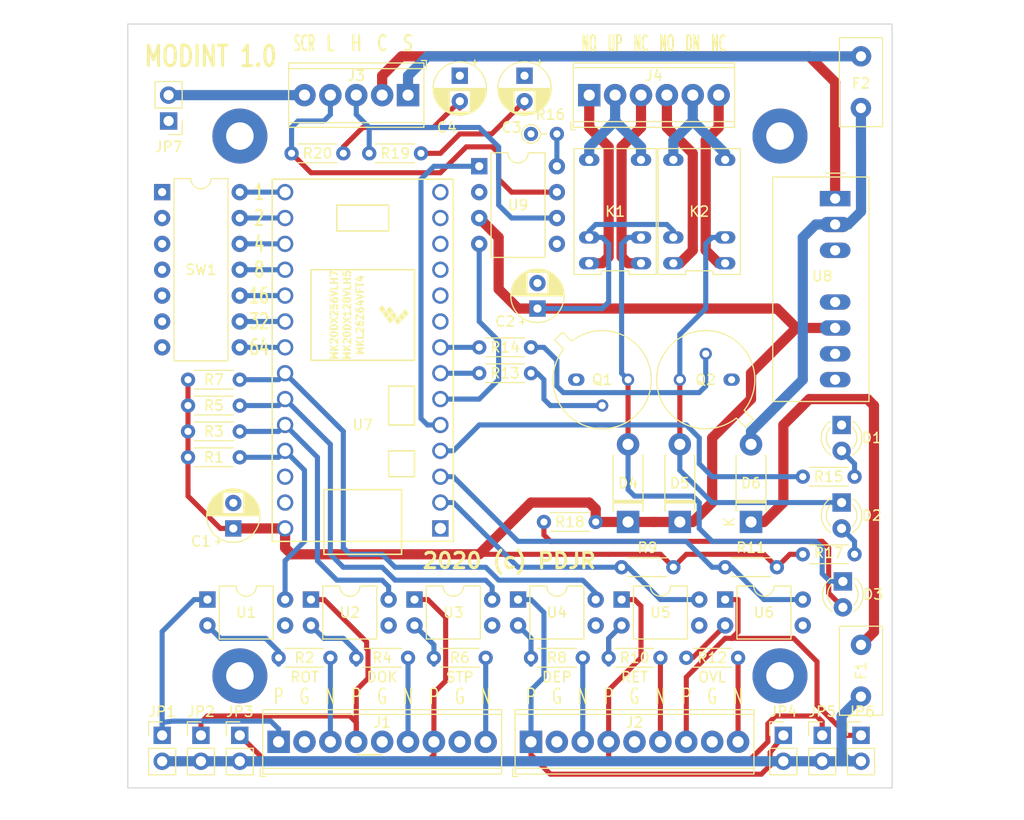
<source format=kicad_pcb>
(kicad_pcb (version 20171130) (host pcbnew 5.1.5-1.fc31)
  (title_block (title "WININT - windlass interface module") (date 2020-09-16) (rev 1.0) (company "PDJR <preeve@pdjr.eu>"))
  (layers (0 F.Cu signal hide) (31 B.Cu signal hide) (35 F.Paste user hide) (37 F.SilkS user) (38 B.Mask user hide) (39 F.Mask user hide) (44 Edge.Cuts user))
  (net 0 "")
  (net 1 "Net-(J2-Pad1)")
  (net 2 "Net-(J3-Pad3)")
  (net 3 "Net-(SW1-Pad14)")
  (net 4 "Net-(SW1-Pad13)")
  (net 5 "Net-(SW1-Pad12)")
  (net 6 "Net-(SW1-Pad11)")
  (net 7 GND)
  (net 8 "Net-(F1-Pad2)")
  (net 9 "Net-(J2-Pad3)")
  (net 10 "Net-(J4-Pad1)")
  (net 11 "Net-(Q1-Pad2)")
  (net 12 "Net-(Q2-Pad2)")
  (net 13 "Net-(J3-Pad4)")
  (net 14 "Net-(J3-Pad2)")
  (net 15 "Net-(J4-Pad4)")
  (net 16 "Net-(J4-Pad2)")
  (net 17 "Net-(F2-Pad1)")
  (net 18 "Net-(J2-Pad4)")
  (net 19 "Net-(J4-Pad6)")
  (net 20 "Net-(J4-Pad5)")
  (net 21 "Net-(J4-Pad3)")
  (net 22 "Net-(SW1-Pad10)")
  (net 23 "Net-(SW1-Pad9)")
  (net 24 "Net-(R2-Pad1)")
  (net 25 "Net-(R3-Pad1)")
  (net 26 "Net-(R4-Pad1)")
  (net 27 "Net-(C1-Pad1)")
  (net 28 "Net-(C3-Pad2)")
  (net 29 "Net-(C4-Pad2)")
  (net 30 "Net-(D2-Pad1)")
  (net 31 "Net-(D3-Pad2)")
  (net 32 "Net-(D3-Pad1)")
  (net 33 "Net-(J3-Pad5)")
  (net 34 "Net-(R5-Pad1)")
  (net 35 "Net-(R8-Pad1)")
  (net 36 "Net-(SW1-Pad8)")
  (net 37 "Net-(J1-Pad1)")
  (net 38 "Net-(R1-Pad1)")
  (net 39 "Net-(R14-Pad2)")
  (net 40 "Net-(D2-Pad2)")
  (net 41 "Net-(J1-Pad9)")
  (net 42 "Net-(J1-Pad7)")
  (net 43 "Net-(J1-Pad6)")
  (net 44 "Net-(J1-Pad4)")
  (net 45 "Net-(J1-Pad3)")
  (net 46 "Net-(J2-Pad9)")
  (net 47 "Net-(J2-Pad7)")
  (net 48 "Net-(J2-Pad6)")
  (net 49 "Net-(R6-Pad1)")
  (net 50 "Net-(R7-Pad1)")
  (net 51 "Net-(R9-Pad1)")
  (net 52 "Net-(R10-Pad1)")
  (net 53 "Net-(R11-Pad1)")
  (net 54 "Net-(R12-Pad1)")
  (net 55 "Net-(R13-Pad2)")
  (net 56 "Net-(R16-Pad2)")
  (net 57 "Net-(U7-Pad5)")
  (net 58 "Net-(U7-Pad6)")
  (net 59 "Net-(D1-Pad2)")
  (net 60 "Net-(D6-Pad2)")
  (net 61 "Net-(D6-Pad1)")
  (net 62 "Net-(R15-Pad1)")
  (module Diode_THT:D_DO-41_SOD81_P7.62mm_Horizontal (layer F.Cu) (at 197.155 135.89 90)
    (fp_text reference D6 (at 3.81 0 180) (layer F.SilkS))
    (fp_text value 1N4007)
    (fp_text user K (at 0 -2.1 90) (layer F.SilkS))
    (pad 2 thru_hole oval (at 7.62 0 90) (size 2.2 2.2) (drill 1.1) (layers *.Cu *.Mask) (net 60 "Net-(D6-Pad2)"))
    (pad 1 thru_hole rect (at 0 0 90) (size 2.2 2.2) (drill 1.1) (layers *.Cu *.Mask) (net 61 "Net-(D6-Pad1)"))
  )
  (module Package_DIP:DIP-4_W7.62mm (layer F.Cu) (at 184.455 143.51)
    (fp_text reference U5 (at 3.81 1.27) (layer F.SilkS))
    (fp_text value RET (at 1.27 7.62) (layer F.SilkS))
    (pad 4 thru_hole oval (at 7.62 0) (size 1.6 1.6) (drill 0.8) (layers *.Cu *.Mask) (net 51 "Net-(R9-Pad1)"))
    (pad 2 thru_hole oval (at 0 2.54) (size 1.6 1.6) (drill 0.8) (layers *.Cu *.Mask) (net 52 "Net-(R10-Pad1)"))
    (pad 3 thru_hole oval (at 7.62 2.54) (size 1.6 1.6) (drill 0.8) (layers *.Cu *.Mask) (net 7 GND))
    (pad 1 thru_hole rect (at 0 0) (size 1.6 1.6) (drill 0.8) (layers *.Cu *.Mask) (net 18 "Net-(J2-Pad4)"))
  )
  (module Package_DIP:DIP-4_W7.62mm (layer F.Cu) (at 194.615 143.51)
    (fp_text reference U6 (at 3.81 1.27) (layer F.SilkS))
    (fp_text value OVL (at -1.27 7.62) (layer F.SilkS))
    (pad 4 thru_hole oval (at 7.62 0) (size 1.6 1.6) (drill 0.8) (layers *.Cu *.Mask) (net 53 "Net-(R11-Pad1)"))
    (pad 2 thru_hole oval (at 0 2.54) (size 1.6 1.6) (drill 0.8) (layers *.Cu *.Mask) (net 54 "Net-(R12-Pad1)"))
    (pad 3 thru_hole oval (at 7.62 2.54) (size 1.6 1.6) (drill 0.8) (layers *.Cu *.Mask) (net 7 GND))
    (pad 1 thru_hole rect (at 0 0) (size 1.6 1.6) (drill 0.8) (layers *.Cu *.Mask) (net 47 "Net-(J2-Pad7)"))
  )
  (module Package_DIP:DIP-4_W7.62mm (layer F.Cu) (at 174.295 143.51)
    (fp_text reference U4 (at 3.81 1.27) (layer F.SilkS))
    (fp_text value DEP (at 3.81 7.62) (layer F.SilkS))
    (pad 4 thru_hole oval (at 7.62 0) (size 1.6 1.6) (drill 0.8) (layers *.Cu *.Mask) (net 50 "Net-(R7-Pad1)"))
    (pad 2 thru_hole oval (at 0 2.54) (size 1.6 1.6) (drill 0.8) (layers *.Cu *.Mask) (net 35 "Net-(R8-Pad1)"))
    (pad 3 thru_hole oval (at 7.62 2.54) (size 1.6 1.6) (drill 0.8) (layers *.Cu *.Mask) (net 7 GND))
    (pad 1 thru_hole rect (at 0 0) (size 1.6 1.6) (drill 0.8) (layers *.Cu *.Mask) (net 1 "Net-(J2-Pad1)"))
  )
  (module Package_DIP:DIP-4_W7.62mm (layer F.Cu) (at 164.135 143.51)
    (fp_text reference U3 (at 3.81 1.27) (layer F.SilkS))
    (fp_text value STP (at 4.445 7.62) (layer F.SilkS))
    (pad 4 thru_hole oval (at 7.62 0) (size 1.6 1.6) (drill 0.8) (layers *.Cu *.Mask) (net 34 "Net-(R5-Pad1)"))
    (pad 2 thru_hole oval (at 0 2.54) (size 1.6 1.6) (drill 0.8) (layers *.Cu *.Mask) (net 49 "Net-(R6-Pad1)"))
    (pad 3 thru_hole oval (at 7.62 2.54) (size 1.6 1.6) (drill 0.8) (layers *.Cu *.Mask) (net 7 GND))
    (pad 1 thru_hole rect (at 0 0) (size 1.6 1.6) (drill 0.8) (layers *.Cu *.Mask) (net 42 "Net-(J1-Pad7)"))
  )
  (module Package_DIP:DIP-4_W7.62mm (layer F.Cu) (at 153.975 143.51)
    (fp_text reference U2 (at 3.81 1.27) (layer F.SilkS))
    (fp_text value DOK (at 6.985 7.62) (layer F.SilkS))
    (pad 4 thru_hole oval (at 7.62 0) (size 1.6 1.6) (drill 0.8) (layers *.Cu *.Mask) (net 25 "Net-(R3-Pad1)"))
    (pad 2 thru_hole oval (at 0 2.54) (size 1.6 1.6) (drill 0.8) (layers *.Cu *.Mask) (net 26 "Net-(R4-Pad1)"))
    (pad 3 thru_hole oval (at 7.62 2.54) (size 1.6 1.6) (drill 0.8) (layers *.Cu *.Mask) (net 7 GND))
    (pad 1 thru_hole rect (at 0 0) (size 1.6 1.6) (drill 0.8) (layers *.Cu *.Mask) (net 44 "Net-(J1-Pad4)"))
  )
  (module Package_DIP:DIP-4_W7.62mm (layer F.Cu) (at 143.815 143.51)
    (fp_text reference U1 (at 3.81 1.27) (layer F.SilkS))
    (fp_text value ROT (at 9.525 7.62) (layer F.SilkS))
    (pad 4 thru_hole oval (at 7.62 0) (size 1.6 1.6) (drill 0.8) (layers *.Cu *.Mask) (net 38 "Net-(R1-Pad1)"))
    (pad 2 thru_hole oval (at 0 2.54) (size 1.6 1.6) (drill 0.8) (layers *.Cu *.Mask) (net 24 "Net-(R2-Pad1)"))
    (pad 3 thru_hole oval (at 7.62 2.54) (size 1.6 1.6) (drill 0.8) (layers *.Cu *.Mask) (net 7 GND))
    (pad 1 thru_hole rect (at 0 0) (size 1.6 1.6) (drill 0.8) (layers *.Cu *.Mask) (net 37 "Net-(J1-Pad1)"))
  )
  (module Resistor_THT:R_Axial_DIN0204_L3.6mm_D1.6mm_P5.08mm_Horizontal (layer F.Cu) (at 190.805 149.225)
    (fp_text reference R12 (at 2.54 0) (layer F.SilkS))
    (fp_text value 1.4K)
    (pad 2 thru_hole oval (at 5.08 0) (size 1.4 1.4) (drill 0.7) (layers *.Cu *.Mask) (net 46 "Net-(J2-Pad9)"))
    (pad 1 thru_hole circle (at 0 0) (size 1.4 1.4) (drill 0.7) (layers *.Cu *.Mask) (net 54 "Net-(R12-Pad1)"))
  )
  (module Resistor_THT:R_Axial_DIN0204_L3.6mm_D1.6mm_P5.08mm_Horizontal (layer F.Cu) (at 194.615 140.335)
    (fp_text reference R11 (at 2.54 -1.92) (layer F.SilkS))
    (fp_text value 10K)
    (pad 2 thru_hole oval (at 5.08 0) (size 1.4 1.4) (drill 0.7) (layers *.Cu *.Mask) (net 27 "Net-(C1-Pad1)"))
    (pad 1 thru_hole circle (at 0 0) (size 1.4 1.4) (drill 0.7) (layers *.Cu *.Mask) (net 53 "Net-(R11-Pad1)"))
  )
  (module Resistor_THT:R_Axial_DIN0204_L3.6mm_D1.6mm_P5.08mm_Horizontal (layer F.Cu) (at 183.185 149.225)
    (fp_text reference R10 (at 2.54 0) (layer F.SilkS))
    (fp_text value 1.4K)
    (pad 2 thru_hole oval (at 5.08 0) (size 1.4 1.4) (drill 0.7) (layers *.Cu *.Mask) (net 48 "Net-(J2-Pad6)"))
    (pad 1 thru_hole circle (at 0 0) (size 1.4 1.4) (drill 0.7) (layers *.Cu *.Mask) (net 52 "Net-(R10-Pad1)"))
  )
  (module Resistor_THT:R_Axial_DIN0204_L3.6mm_D1.6mm_P5.08mm_Horizontal (layer F.Cu) (at 184.455 140.335)
    (fp_text reference R9 (at 2.54 -1.92) (layer F.SilkS))
    (fp_text value 10K)
    (pad 2 thru_hole oval (at 5.08 0) (size 1.4 1.4) (drill 0.7) (layers *.Cu *.Mask) (net 27 "Net-(C1-Pad1)"))
    (pad 1 thru_hole circle (at 0 0) (size 1.4 1.4) (drill 0.7) (layers *.Cu *.Mask) (net 51 "Net-(R9-Pad1)"))
  )
  (module Resistor_THT:R_Axial_DIN0204_L3.6mm_D1.6mm_P5.08mm_Horizontal (layer F.Cu) (at 175.565 149.225)
    (fp_text reference R8 (at 2.54 0) (layer F.SilkS))
    (fp_text value 1.4K)
    (pad 2 thru_hole oval (at 5.08 0) (size 1.4 1.4) (drill 0.7) (layers *.Cu *.Mask) (net 9 "Net-(J2-Pad3)"))
    (pad 1 thru_hole circle (at 0 0) (size 1.4 1.4) (drill 0.7) (layers *.Cu *.Mask) (net 35 "Net-(R8-Pad1)"))
  )
  (module Resistor_THT:R_Axial_DIN0204_L3.6mm_D1.6mm_P5.08mm_Horizontal (layer F.Cu) (at 146.99 121.92 180)
    (fp_text reference R7 (at 2.54 0) (layer F.SilkS))
    (fp_text value 10K)
    (pad 2 thru_hole oval (at 5.08 0 180) (size 1.4 1.4) (drill 0.7) (layers *.Cu *.Mask) (net 27 "Net-(C1-Pad1)"))
    (pad 1 thru_hole circle (at 0 0 180) (size 1.4 1.4) (drill 0.7) (layers *.Cu *.Mask) (net 50 "Net-(R7-Pad1)"))
  )
  (module Resistor_THT:R_Axial_DIN0204_L3.6mm_D1.6mm_P5.08mm_Horizontal (layer F.Cu) (at 166.04 149.225)
    (fp_text reference R6 (at 2.54 0) (layer F.SilkS))
    (fp_text value 1.4K)
    (pad 2 thru_hole oval (at 5.08 0) (size 1.4 1.4) (drill 0.7) (layers *.Cu *.Mask) (net 41 "Net-(J1-Pad9)"))
    (pad 1 thru_hole circle (at 0 0) (size 1.4 1.4) (drill 0.7) (layers *.Cu *.Mask) (net 49 "Net-(R6-Pad1)"))
  )
  (module Resistor_THT:R_Axial_DIN0204_L3.6mm_D1.6mm_P5.08mm_Horizontal (layer F.Cu) (at 146.99 124.46 180)
    (fp_text reference R5 (at 2.54 0) (layer F.SilkS))
    (fp_text value 10K)
    (pad 2 thru_hole oval (at 5.08 0 180) (size 1.4 1.4) (drill 0.7) (layers *.Cu *.Mask) (net 27 "Net-(C1-Pad1)"))
    (pad 1 thru_hole circle (at 0 0 180) (size 1.4 1.4) (drill 0.7) (layers *.Cu *.Mask) (net 34 "Net-(R5-Pad1)"))
  )
  (module Resistor_THT:R_Axial_DIN0204_L3.6mm_D1.6mm_P5.08mm_Horizontal (layer F.Cu) (at 158.42 149.225)
    (fp_text reference R4 (at 2.54 0) (layer F.SilkS))
    (fp_text value 1.4K)
    (pad 2 thru_hole oval (at 5.08 0) (size 1.4 1.4) (drill 0.7) (layers *.Cu *.Mask) (net 43 "Net-(J1-Pad6)"))
    (pad 1 thru_hole circle (at 0 0) (size 1.4 1.4) (drill 0.7) (layers *.Cu *.Mask) (net 26 "Net-(R4-Pad1)"))
  )
  (module Resistor_THT:R_Axial_DIN0204_L3.6mm_D1.6mm_P5.08mm_Horizontal (layer F.Cu) (at 146.99 127 180)
    (fp_text reference R3 (at 2.54 0) (layer F.SilkS))
    (fp_text value 10K)
    (pad 2 thru_hole oval (at 5.08 0 180) (size 1.4 1.4) (drill 0.7) (layers *.Cu *.Mask) (net 27 "Net-(C1-Pad1)"))
    (pad 1 thru_hole circle (at 0 0 180) (size 1.4 1.4) (drill 0.7) (layers *.Cu *.Mask) (net 25 "Net-(R3-Pad1)"))
  )
  (module Resistor_THT:R_Axial_DIN0204_L3.6mm_D1.6mm_P5.08mm_Horizontal (layer F.Cu) (at 150.8 149.225)
    (fp_text reference R2 (at 2.54 0) (layer F.SilkS))
    (fp_text value 1.4K)
    (pad 2 thru_hole oval (at 5.08 0) (size 1.4 1.4) (drill 0.7) (layers *.Cu *.Mask) (net 45 "Net-(J1-Pad3)"))
    (pad 1 thru_hole circle (at 0 0) (size 1.4 1.4) (drill 0.7) (layers *.Cu *.Mask) (net 24 "Net-(R2-Pad1)"))
  )
  (module Connector_PinHeader_2.54mm:PinHeader_1x02_P2.54mm_Vertical (layer F.Cu) (at 207.95 156.845)
    (fp_text reference JP6 (at 0 -2.33) (layer F.SilkS))
    (fp_text value SCR)
    (pad 2 thru_hole oval (at 0 2.54) (size 1.7 1.7) (drill 1) (layers *.Cu *.Mask) (net 8 "Net-(F1-Pad2)"))
    (pad 1 thru_hole rect (at 0 0) (size 1.7 1.7) (drill 1) (layers *.Cu *.Mask) (net 47 "Net-(J2-Pad7)"))
  )
  (module Connector_PinHeader_2.54mm:PinHeader_1x02_P2.54mm_Vertical (layer F.Cu) (at 204.14 156.845)
    (fp_text reference JP5 (at 0 -2.33) (layer F.SilkS))
    (fp_text value SCR)
    (pad 2 thru_hole oval (at 0 2.54) (size 1.7 1.7) (drill 1) (layers *.Cu *.Mask) (net 8 "Net-(F1-Pad2)"))
    (pad 1 thru_hole rect (at 0 0) (size 1.7 1.7) (drill 1) (layers *.Cu *.Mask) (net 18 "Net-(J2-Pad4)"))
  )
  (module Connector_PinHeader_2.54mm:PinHeader_1x02_P2.54mm_Vertical (layer F.Cu) (at 200.33 156.845)
    (fp_text reference JP4 (at 0 -2.33) (layer F.SilkS))
    (fp_text value SCR)
    (pad 2 thru_hole oval (at 0 2.54) (size 1.7 1.7) (drill 1) (layers *.Cu *.Mask) (net 8 "Net-(F1-Pad2)"))
    (pad 1 thru_hole rect (at 0 0) (size 1.7 1.7) (drill 1) (layers *.Cu *.Mask) (net 1 "Net-(J2-Pad1)"))
  )
  (module Connector_PinHeader_2.54mm:PinHeader_1x02_P2.54mm_Vertical (layer F.Cu) (at 146.99 156.845)
    (fp_text reference JP3 (at 0 -2.33) (layer F.SilkS))
    (fp_text value SCR)
    (pad 2 thru_hole oval (at 0 2.54) (size 1.7 1.7) (drill 1) (layers *.Cu *.Mask) (net 8 "Net-(F1-Pad2)"))
    (pad 1 thru_hole rect (at 0 0) (size 1.7 1.7) (drill 1) (layers *.Cu *.Mask) (net 42 "Net-(J1-Pad7)"))
  )
  (module Connector_PinHeader_2.54mm:PinHeader_1x02_P2.54mm_Vertical (layer F.Cu) (at 143.18 156.845)
    (fp_text reference JP2 (at 0 -2.33) (layer F.SilkS))
    (fp_text value SCR)
    (pad 2 thru_hole oval (at 0 2.54) (size 1.7 1.7) (drill 1) (layers *.Cu *.Mask) (net 8 "Net-(F1-Pad2)"))
    (pad 1 thru_hole rect (at 0 0) (size 1.7 1.7) (drill 1) (layers *.Cu *.Mask) (net 44 "Net-(J1-Pad4)"))
  )
  (module Connector_PinHeader_2.54mm:PinHeader_1x02_P2.54mm_Vertical (layer F.Cu) (at 139.37 156.845)
    (fp_text reference JP1 (at 0 -2.33) (layer F.SilkS))
    (fp_text value SCR)
    (pad 2 thru_hole oval (at 0 2.54) (size 1.7 1.7) (drill 1) (layers *.Cu *.Mask) (net 8 "Net-(F1-Pad2)"))
    (pad 1 thru_hole rect (at 0 0) (size 1.7 1.7) (drill 1) (layers *.Cu *.Mask) (net 37 "Net-(J1-Pad1)"))
  )
  (module TerminalBlock_Phoenix:TerminalBlock_Phoenix_MPT-0,5-9-2.54_1x09_P2.54mm_Horizontal (layer F.Cu) (at 175.565 157.48)
    (fp_text reference J2 (at 10.16 -1.905) (layer F.SilkS))
    (fp_text value Screw_Terminal_01x09)
    (pad 9 thru_hole circle (at 20.32 0) (size 2.2 2.2) (drill 1.1) (layers *.Cu *.Mask) (net 46 "Net-(J2-Pad9)"))
    (pad 8 thru_hole circle (at 17.78 0) (size 2.2 2.2) (drill 1.1) (layers *.Cu *.Mask) (net 7 GND))
    (pad 7 thru_hole circle (at 15.24 0) (size 2.2 2.2) (drill 1.1) (layers *.Cu *.Mask) (net 47 "Net-(J2-Pad7)"))
    (pad 6 thru_hole circle (at 12.7 0) (size 2.2 2.2) (drill 1.1) (layers *.Cu *.Mask) (net 48 "Net-(J2-Pad6)"))
    (pad 5 thru_hole circle (at 10.16 0) (size 2.2 2.2) (drill 1.1) (layers *.Cu *.Mask) (net 7 GND))
    (pad 4 thru_hole circle (at 7.62 0) (size 2.2 2.2) (drill 1.1) (layers *.Cu *.Mask) (net 18 "Net-(J2-Pad4)"))
    (pad 3 thru_hole circle (at 5.08 0) (size 2.2 2.2) (drill 1.1) (layers *.Cu *.Mask) (net 9 "Net-(J2-Pad3)"))
    (pad 2 thru_hole circle (at 2.54 0) (size 2.2 2.2) (drill 1.1) (layers *.Cu *.Mask) (net 7 GND))
    (pad 1 thru_hole rect (at 0 0) (size 2.2 2.2) (drill 1.1) (layers *.Cu *.Mask) (net 1 "Net-(J2-Pad1)"))
  )
  (module TerminalBlock_Phoenix:TerminalBlock_Phoenix_MPT-0,5-9-2.54_1x09_P2.54mm_Horizontal (layer F.Cu) (at 150.8 157.48)
    (fp_text reference J1 (at 10.16 -1.905) (layer F.SilkS))
    (fp_text value Screw_Terminal_01x09)
    (pad 9 thru_hole circle (at 20.32 0) (size 2.2 2.2) (drill 1.1) (layers *.Cu *.Mask) (net 41 "Net-(J1-Pad9)"))
    (pad 8 thru_hole circle (at 17.78 0) (size 2.2 2.2) (drill 1.1) (layers *.Cu *.Mask) (net 7 GND))
    (pad 7 thru_hole circle (at 15.24 0) (size 2.2 2.2) (drill 1.1) (layers *.Cu *.Mask) (net 42 "Net-(J1-Pad7)"))
    (pad 6 thru_hole circle (at 12.7 0) (size 2.2 2.2) (drill 1.1) (layers *.Cu *.Mask) (net 43 "Net-(J1-Pad6)"))
    (pad 5 thru_hole circle (at 10.16 0) (size 2.2 2.2) (drill 1.1) (layers *.Cu *.Mask) (net 7 GND))
    (pad 4 thru_hole circle (at 7.62 0) (size 2.2 2.2) (drill 1.1) (layers *.Cu *.Mask) (net 44 "Net-(J1-Pad4)"))
    (pad 3 thru_hole circle (at 5.08 0) (size 2.2 2.2) (drill 1.1) (layers *.Cu *.Mask) (net 45 "Net-(J1-Pad3)"))
    (pad 2 thru_hole circle (at 2.54 0) (size 2.2 2.2) (drill 1.1) (layers *.Cu *.Mask) (net 7 GND))
    (pad 1 thru_hole rect (at 0 0) (size 2.2 2.2) (drill 1.1) (layers *.Cu *.Mask) (net 37 "Net-(J1-Pad1)"))
  )
  (module LED_THT:LED_D3.0mm (layer F.Cu) (at 206.172 141.732 270)
    (fp_text reference D3 (at 1.27 -2.96 180) (layer F.SilkS))
    (fp_text value UP)
    (pad 2 thru_hole circle (at 2.54 0 270) (size 1.8 1.8) (drill 0.9) (layers *.Cu *.Mask) (net 31 "Net-(D3-Pad2)"))
    (pad 1 thru_hole rect (at 0 0 270) (size 1.8 1.8) (drill 0.9) (layers *.Cu *.Mask) (net 32 "Net-(D3-Pad1)"))
  )
  (module LED_THT:LED_D3.0mm (layer F.Cu) (at 206.045 133.985 270)
    (fp_text reference D2 (at 1.27 -2.96 180) (layer F.SilkS))
    (fp_text value DN)
    (pad 2 thru_hole circle (at 2.54 0 270) (size 1.8 1.8) (drill 0.9) (layers *.Cu *.Mask) (net 40 "Net-(D2-Pad2)"))
    (pad 1 thru_hole rect (at 0 0 270) (size 1.8 1.8) (drill 0.9) (layers *.Cu *.Mask) (net 30 "Net-(D2-Pad1)"))
  )
  (module LED_THT:LED_D3.0mm (layer F.Cu) (at 206.045 126.365 270)
    (fp_text reference D1 (at 1.27 -2.96 180) (layer F.SilkS))
    (fp_text value PWR/TX)
    (pad 2 thru_hole circle (at 2.54 0 270) (size 1.8 1.8) (drill 0.9) (layers *.Cu *.Mask) (net 59 "Net-(D1-Pad2)"))
    (pad 1 thru_hole rect (at 0 0 270) (size 1.8 1.8) (drill 0.9) (layers *.Cu *.Mask) (net 7 GND))
  )
  (module PDJR:Teensy30_31_32_LC (layer F.Cu) (at 159.055 120.015 90)
    (fp_text reference U7 (at -6.35 0) (layer F.SilkS))
    (fp_text value Teensy_3.2)
    (fp_text user MK20DX128VLH5 (at 4.445 -1.524 270) (layer F.SilkS) (effects (font (size 0.7 0.7))))
    (fp_text user MKL26Z64VFT4 (at 4.445 -0.254 270) (layer F.SilkS) (effects (font (size 0.7 0.7))))
    (fp_text user MK20DX256VLH7 (at 4.445 -2.794 270) (layer F.SilkS) (effects (font (size 0.7 0.7))))
    (pad 1 thru_hole rect (at -16.51 7.62 90) (size 1.6 1.6) (drill 1.1) (layers *.Cu *.Mask) (net 7 GND))
    (pad 2 thru_hole circle (at -13.97 7.62 90) (size 1.6 1.6) (drill 1.1) (layers *.Cu *.Mask) (net 51 "Net-(R9-Pad1)"))
    (pad 3 thru_hole circle (at -11.43 7.62 90) (size 1.6 1.6) (drill 1.1) (layers *.Cu *.Mask) (net 53 "Net-(R11-Pad1)"))
    (pad 4 thru_hole circle (at -8.89 7.62 90) (size 1.6 1.6) (drill 1.1) (layers *.Cu *.Mask) (net 62 "Net-(R15-Pad1)"))
    (pad 5 thru_hole circle (at -6.35 7.62 90) (size 1.6 1.6) (drill 1.1) (layers *.Cu *.Mask) (net 57 "Net-(U7-Pad5)"))
    (pad 6 thru_hole circle (at -3.81 7.62 90) (size 1.6 1.6) (drill 1.1) (layers *.Cu *.Mask) (net 58 "Net-(U7-Pad6)"))
    (pad 7 thru_hole circle (at -1.27 7.62 90) (size 1.6 1.6) (drill 1.1) (layers *.Cu *.Mask) (net 55 "Net-(R13-Pad2)"))
    (pad 8 thru_hole circle (at 1.27 7.62 90) (size 1.6 1.6) (drill 1.1) (layers *.Cu *.Mask) (net 39 "Net-(R14-Pad2)"))
    (pad 9 thru_hole circle (at 3.81 7.62 90) (size 1.6 1.6) (drill 1.1) (layers *.Cu *.Mask))
    (pad 10 thru_hole circle (at 6.35 7.62 90) (size 1.6 1.6) (drill 1.1) (layers *.Cu *.Mask))
    (pad 11 thru_hole circle (at 8.89 7.62 90) (size 1.6 1.6) (drill 1.1) (layers *.Cu *.Mask))
    (pad 12 thru_hole circle (at 11.43 7.62 90) (size 1.6 1.6) (drill 1.1) (layers *.Cu *.Mask))
    (pad 13 thru_hole circle (at 13.97 7.62 90) (size 1.6 1.6) (drill 1.1) (layers *.Cu *.Mask))
    (pad 28 thru_hole circle (at -16.51 -7.62 90) (size 1.6 1.6) (drill 1.1) (layers *.Cu *.Mask) (net 27 "Net-(C1-Pad1)"))
    (pad 27 thru_hole circle (at -13.97 -7.62 90) (size 1.6 1.6) (drill 1.1) (layers *.Cu *.Mask) (net 7 GND))
    (pad 26 thru_hole circle (at -11.43 -7.62 90) (size 1.6 1.6) (drill 1.1) (layers *.Cu *.Mask))
    (pad 25 thru_hole circle (at -8.89 -7.62 90) (size 1.6 1.6) (drill 1.1) (layers *.Cu *.Mask) (net 38 "Net-(R1-Pad1)"))
    (pad 24 thru_hole circle (at -6.35 -7.62 90) (size 1.6 1.6) (drill 1.1) (layers *.Cu *.Mask) (net 25 "Net-(R3-Pad1)"))
    (pad 23 thru_hole circle (at -3.81 -7.62 90) (size 1.6 1.6) (drill 1.1) (layers *.Cu *.Mask) (net 34 "Net-(R5-Pad1)"))
    (pad 22 thru_hole circle (at -1.27 -7.62 90) (size 1.6 1.6) (drill 1.1) (layers *.Cu *.Mask) (net 50 "Net-(R7-Pad1)"))
    (pad 21 thru_hole circle (at 1.27 -7.62 90) (size 1.6 1.6) (drill 1.1) (layers *.Cu *.Mask) (net 36 "Net-(SW1-Pad8)"))
    (pad 20 thru_hole circle (at 3.81 -7.62 90) (size 1.6 1.6) (drill 1.1) (layers *.Cu *.Mask) (net 23 "Net-(SW1-Pad9)"))
    (pad 19 thru_hole circle (at 6.35 -7.62 90) (size 1.6 1.6) (drill 1.1) (layers *.Cu *.Mask) (net 22 "Net-(SW1-Pad10)"))
    (pad 18 thru_hole circle (at 8.89 -7.62 90) (size 1.6 1.6) (drill 1.1) (layers *.Cu *.Mask) (net 6 "Net-(SW1-Pad11)"))
    (pad 17 thru_hole circle (at 11.43 -7.62 90) (size 1.6 1.6) (drill 1.1) (layers *.Cu *.Mask) (net 5 "Net-(SW1-Pad12)"))
    (pad 16 thru_hole circle (at 13.97 -7.62 90) (size 1.6 1.6) (drill 1.1) (layers *.Cu *.Mask) (net 4 "Net-(SW1-Pad13)"))
    (pad 14 thru_hole circle (at 16.51 7.62 90) (size 1.6 1.6) (drill 1.1) (layers *.Cu *.Mask))
    (pad 15 thru_hole circle (at 16.51 -7.62 90) (size 1.6 1.6) (drill 1.1) (layers *.Cu *.Mask) (net 3 "Net-(SW1-Pad14)"))
  )
  (module Connector_PinHeader_2.54mm:PinHeader_1x02_P2.54mm_Vertical (layer F.Cu) (at 140.005 96.52 180)
    (fp_text reference JP7 (at 0 -2.54) (layer F.SilkS))
    (fp_text value SCR)
    (pad 2 thru_hole oval (at 0 2.54 180) (size 1.7 1.7) (drill 1) (layers *.Cu *.Mask) (net 33 "Net-(J3-Pad5)"))
    (pad 1 thru_hole rect (at 0 0 180) (size 1.7 1.7) (drill 1) (layers *.Cu *.Mask) (net 7 GND))
  )
  (module Package_DIP:DIP-14_W7.62mm (layer F.Cu) (at 139.37 103.505)
    (fp_text reference SW1 (at 3.81 7.62) (layer F.SilkS))
    (fp_text value INSTANCE)
    (pad 14 thru_hole oval (at 7.62 0) (size 1.6 1.6) (drill 0.8) (layers *.Cu *.Mask) (net 3 "Net-(SW1-Pad14)"))
    (pad 7 thru_hole oval (at 0 15.24) (size 1.6 1.6) (drill 0.8) (layers *.Cu *.Mask) (net 7 GND))
    (pad 13 thru_hole oval (at 7.62 2.54) (size 1.6 1.6) (drill 0.8) (layers *.Cu *.Mask) (net 4 "Net-(SW1-Pad13)"))
    (pad 6 thru_hole oval (at 0 12.7) (size 1.6 1.6) (drill 0.8) (layers *.Cu *.Mask) (net 7 GND))
    (pad 12 thru_hole oval (at 7.62 5.08) (size 1.6 1.6) (drill 0.8) (layers *.Cu *.Mask) (net 5 "Net-(SW1-Pad12)"))
    (pad 5 thru_hole oval (at 0 10.16) (size 1.6 1.6) (drill 0.8) (layers *.Cu *.Mask) (net 7 GND))
    (pad 11 thru_hole oval (at 7.62 7.62) (size 1.6 1.6) (drill 0.8) (layers *.Cu *.Mask) (net 6 "Net-(SW1-Pad11)"))
    (pad 4 thru_hole oval (at 0 7.62) (size 1.6 1.6) (drill 0.8) (layers *.Cu *.Mask) (net 7 GND))
    (pad 10 thru_hole oval (at 7.62 10.16) (size 1.6 1.6) (drill 0.8) (layers *.Cu *.Mask) (net 22 "Net-(SW1-Pad10)"))
    (pad 3 thru_hole oval (at 0 5.08) (size 1.6 1.6) (drill 0.8) (layers *.Cu *.Mask) (net 7 GND))
    (pad 9 thru_hole oval (at 7.62 12.7) (size 1.6 1.6) (drill 0.8) (layers *.Cu *.Mask) (net 23 "Net-(SW1-Pad9)"))
    (pad 2 thru_hole oval (at 0 2.54) (size 1.6 1.6) (drill 0.8) (layers *.Cu *.Mask) (net 7 GND))
    (pad 8 thru_hole oval (at 7.62 15.24) (size 1.6 1.6) (drill 0.8) (layers *.Cu *.Mask) (net 36 "Net-(SW1-Pad8)"))
    (pad 1 thru_hole rect (at 0 0) (size 1.6 1.6) (drill 0.8) (layers *.Cu *.Mask) (net 7 GND))
  )
  (module TerminalBlock_Phoenix:TerminalBlock_Phoenix_MPT-0,5-5-2.54_1x05_P2.54mm_Horizontal (layer F.Cu) (at 163.5 93.98 180)
    (fp_text reference J3 (at 5.08 1.905) (layer F.SilkS))
    (fp_text value M12-5PIN)
    (pad 1 thru_hole rect (at 0 0 180) (size 2.2 2.2) (drill 1.1) (layers *.Cu *.Mask) (net 17 "Net-(F2-Pad1)"))
    (pad 2 thru_hole circle (at 2.54 0 180) (size 2.2 2.2) (drill 1.1) (layers *.Cu *.Mask) (net 14 "Net-(J3-Pad2)"))
    (pad 3 thru_hole circle (at 5.08 0 180) (size 2.2 2.2) (drill 1.1) (layers *.Cu *.Mask) (net 2 "Net-(J3-Pad3)"))
    (pad 4 thru_hole circle (at 7.62 0 180) (size 2.2 2.2) (drill 1.1) (layers *.Cu *.Mask) (net 13 "Net-(J3-Pad4)"))
    (pad 5 thru_hole circle (at 10.16 0 180) (size 2.2 2.2) (drill 1.1) (layers *.Cu *.Mask) (net 33 "Net-(J3-Pad5)"))
  )
  (module Capacitor_THT:CP_Radial_D5.0mm_P2.50mm (layer F.Cu) (at 174.93 92.075 270)
    (fp_text reference C3 (at 5.08 1.27 180) (layer F.SilkS))
    (fp_text value 560pF)
    (pad 2 thru_hole circle (at 2.5 0 270) (size 1.6 1.6) (drill 0.8) (layers *.Cu *.Mask) (net 28 "Net-(C3-Pad2)"))
    (pad 1 thru_hole rect (at 0 0 270) (size 1.6 1.6) (drill 0.8) (layers *.Cu *.Mask) (net 7 GND))
  )
  (module Resistor_THT:R_Axial_DIN0204_L3.6mm_D1.6mm_P2.54mm_Vertical (layer F.Cu) (at 175.565 97.79)
    (fp_text reference R16 (at 1.905 -1.905) (layer F.SilkS))
    (fp_text value 4K7)
    (pad 2 thru_hole oval (at 2.54 0) (size 1.4 1.4) (drill 0.7) (layers *.Cu *.Mask) (net 56 "Net-(R16-Pad2)"))
    (pad 1 thru_hole circle (at 0 0) (size 1.4 1.4) (drill 0.7) (layers *.Cu *.Mask) (net 7 GND))
  )
  (module Capacitor_THT:CP_Radial_D5.0mm_P2.50mm (layer F.Cu) (at 146.355 136.525 90)
    (fp_text reference C1 (at -1.27 -3.175 180) (layer F.SilkS))
    (fp_text value 100nF)
    (pad 2 thru_hole circle (at 2.5 0 90) (size 1.6 1.6) (drill 0.8) (layers *.Cu *.Mask) (net 7 GND))
    (pad 1 thru_hole rect (at 0 0 90) (size 1.6 1.6) (drill 0.8) (layers *.Cu *.Mask) (net 27 "Net-(C1-Pad1)"))
  )
  (module Capacitor_THT:CP_Radial_D5.0mm_P2.50mm (layer F.Cu) (at 176.2 114.935 90)
    (fp_text reference C2 (at -1.27 -3.175 180) (layer F.SilkS))
    (fp_text value 100nF)
    (pad 2 thru_hole circle (at 2.5 0 90) (size 1.6 1.6) (drill 0.8) (layers *.Cu *.Mask) (net 7 GND))
    (pad 1 thru_hole rect (at 0 0 90) (size 1.6 1.6) (drill 0.8) (layers *.Cu *.Mask) (net 27 "Net-(C1-Pad1)"))
  )
  (module Capacitor_THT:CP_Radial_D5.0mm_P2.50mm (layer F.Cu) (at 168.58 92.075 270)
    (fp_text reference C4 (at 5.08 1.27 180) (layer F.SilkS))
    (fp_text value 560pF)
    (pad 2 thru_hole circle (at 2.5 0 270) (size 1.6 1.6) (drill 0.8) (layers *.Cu *.Mask) (net 29 "Net-(C4-Pad2)"))
    (pad 1 thru_hole rect (at 0 0 270) (size 1.6 1.6) (drill 0.8) (layers *.Cu *.Mask) (net 7 GND))
  )
  (module Resistor_THT:R_Axial_DIN0204_L3.6mm_D1.6mm_P5.08mm_Horizontal (layer F.Cu) (at 146.99 129.54 180)
    (fp_text reference R1 (at 2.54 0) (layer F.SilkS))
    (fp_text value 10K)
    (pad 2 thru_hole oval (at 5.08 0 180) (size 1.4 1.4) (drill 0.7) (layers *.Cu *.Mask) (net 27 "Net-(C1-Pad1)"))
    (pad 1 thru_hole circle (at 0 0 180) (size 1.4 1.4) (drill 0.7) (layers *.Cu *.Mask) (net 38 "Net-(R1-Pad1)"))
  )
  (module MountingHole:MountingHole_2.7mm_M2.5_Pad (layer F.Cu) (at 200 151)
    (fp_text reference REF** hide)
    (fp_text value MountingHole_2.7mm_M2.5_Pad hide)
    (pad 1 thru_hole circle (at 0 0) (size 5.4 5.4) (drill 2.7) (layers *.Cu *.Mask))
  )
  (module MountingHole:MountingHole_2.7mm_M2.5_Pad (layer F.Cu) (at 147 151)
    (fp_text reference REF** hide)
    (fp_text value MountingHole_2.7mm_M2.5_Pad hide)
    (pad 1 thru_hole circle (at 0 0) (size 5.4 5.4) (drill 2.7) (layers *.Cu *.Mask))
  )
  (module MountingHole:MountingHole_2.7mm_M2.5_Pad (layer F.Cu) (at 147 98)
    (fp_text reference REF** hide)
    (fp_text value M2.7 hide)
    (pad 1 thru_hole circle (at 0 0) (size 5.4 5.4) (drill 2.7) (layers *.Cu *.Mask))
  )
  (module MountingHole:MountingHole_2.7mm_M2.5_Pad (layer F.Cu) (at 200 98)
    (fp_text reference REF** hide)
    (fp_text value M2.7 hide)
    (pad 1 thru_hole circle (at 0 0) (size 5.4 5.4) (drill 2.7) (layers *.Cu *.Mask))
  )
  (module PDJR:RS_RELAY_476-757 (layer F.Cu) (at 192.075 105.41 90)
    (fp_text reference K2 (at 0 0) (layer F.SilkS))
    (fp_text value SANYOU_SRD_Form_C)
    (pad 5 thru_hole oval (at 5.08 2.54 90) (size 1.2 2) (drill 0.8) (layers *.Cu *.Mask) (net 20 "Net-(J4-Pad5)"))
    (pad 6 thru_hole oval (at 5.08 -2.54 90) (size 1.2 2) (drill 0.8) (layers *.Cu *.Mask) (net 20 "Net-(J4-Pad5)"))
    (pad 2 thru_hole oval (at -2.54 2.54 90) (size 1.2 2) (drill 0.8) (layers *.Cu *.Mask) (net 30 "Net-(D2-Pad1)"))
    (pad 9 thru_hole oval (at -2.54 -2.54 90) (size 1.2 2) (drill 0.8) (layers *.Cu *.Mask) (net 27 "Net-(C1-Pad1)"))
    (pad 1 thru_hole oval (at -5.08 2.54 90) (size 1.2 2) (drill 0.8) (layers *.Cu *.Mask) (net 19 "Net-(J4-Pad6)"))
    (pad 10 thru_hole oval (at -5.08 -2.54 90) (size 1.2 2) (drill 0.8) (layers *.Cu *.Mask) (net 15 "Net-(J4-Pad4)"))
  )
  (module PDJR:RS_RELAY_476-757 (layer F.Cu) (at 183.82 105.41 90)
    (fp_text reference K1 (at 0 0) (layer F.SilkS))
    (fp_text value SANYOU_SRD_Form_C)
    (pad 5 thru_hole oval (at 5.08 2.54 90) (size 1.2 2) (drill 0.8) (layers *.Cu *.Mask) (net 16 "Net-(J4-Pad2)"))
    (pad 6 thru_hole oval (at 5.08 -2.54 90) (size 1.2 2) (drill 0.8) (layers *.Cu *.Mask) (net 16 "Net-(J4-Pad2)"))
    (pad 2 thru_hole oval (at -2.54 2.54 90) (size 1.2 2) (drill 0.8) (layers *.Cu *.Mask) (net 32 "Net-(D3-Pad1)"))
    (pad 9 thru_hole oval (at -2.54 -2.54 90) (size 1.2 2) (drill 0.8) (layers *.Cu *.Mask) (net 27 "Net-(C1-Pad1)"))
    (pad 1 thru_hole oval (at -5.08 2.54 90) (size 1.2 2) (drill 0.8) (layers *.Cu *.Mask) (net 21 "Net-(J4-Pad3)"))
    (pad 10 thru_hole oval (at -5.08 -2.54 90) (size 1.2 2) (drill 0.8) (layers *.Cu *.Mask) (net 10 "Net-(J4-Pad1)"))
  )
  (module Package_TO_SOT_THT:TO-39-3 (layer F.Cu) (at 195.25 121.92 180)
    (fp_text reference Q2 (at 2.54 0) (layer F.SilkS))
    (fp_text value 2N2219)
    (pad 3 thru_hole oval (at 5.08 0 180) (size 1.2 1.2) (drill 0.7) (layers *.Cu *.Mask) (net 30 "Net-(D2-Pad1)"))
    (pad 2 thru_hole oval (at 2.54 2.54 180) (size 1.2 1.2) (drill 0.7) (layers *.Cu *.Mask) (net 12 "Net-(Q2-Pad2)"))
    (pad 1 thru_hole oval (at 0 0 180) (size 1.6 1.2) (drill 0.7) (layers *.Cu *.Mask) (net 7 GND))
  )
  (module Converter_DCDC:Converter_DCDC_TRACO_TMR-xxxx_THT (layer F.Cu) (at 205.41 104.14 270)
    (fp_text reference U8 (at 7.62 1.27 180) (layer F.SilkS))
    (fp_text value TEC2-2411WI)
    (pad 8 thru_hole oval (at 17.78 0 270) (size 1.5 3) (drill 1) (layers *.Cu *.Mask))
    (pad 7 thru_hole oval (at 15.24 0 270) (size 1.5 3) (drill 1) (layers *.Cu *.Mask) (net 7 GND))
    (pad 3 thru_hole oval (at 5.08 0 270) (size 1.5 3) (drill 1) (layers *.Cu *.Mask))
    (pad 6 thru_hole oval (at 12.7 0 270) (size 1.5 3) (drill 1) (layers *.Cu *.Mask) (net 27 "Net-(C1-Pad1)"))
    (pad 5 thru_hole oval (at 10.16 0 270) (size 1.5 3) (drill 1) (layers *.Cu *.Mask))
    (pad 2 thru_hole oval (at 2.54 0 270) (size 1.5 3) (drill 1) (layers *.Cu *.Mask) (net 60 "Net-(D6-Pad2)"))
    (pad 1 thru_hole rect (at 0 0 270) (size 1.5 3) (drill 1) (layers *.Cu *.Mask) (net 14 "Net-(J3-Pad2)"))
  )
  (module Diode_THT:D_DO-41_SOD81_P7.62mm_Horizontal (layer F.Cu) (at 190.17 135.89 90)
    (fp_text reference D5 (at 3.81 0) (layer F.SilkS))
    (fp_text value 1N4007 hide)
    (pad 2 thru_hole oval (at 7.62 0 90) (size 2.2 2.2) (drill 1.1) (layers *.Cu *.Mask) (net 30 "Net-(D2-Pad1)"))
    (pad 1 thru_hole rect (at 0 0 90) (size 2.2 2.2) (drill 1.1) (layers *.Cu *.Mask) (net 27 "Net-(C1-Pad1)"))
  )
  (module Diode_THT:D_DO-41_SOD81_P7.62mm_Horizontal (layer F.Cu) (at 185.09 135.89 90)
    (fp_text reference D4 (at 3.81 0 180) (layer F.SilkS))
    (fp_text value 1N4007 hide)
    (pad 2 thru_hole oval (at 7.62 0 90) (size 2.2 2.2) (drill 1.1) (layers *.Cu *.Mask) (net 32 "Net-(D3-Pad1)"))
    (pad 1 thru_hole rect (at 0 0 90) (size 2.2 2.2) (drill 1.1) (layers *.Cu *.Mask) (net 27 "Net-(C1-Pad1)"))
  )
  (module TerminalBlock_Phoenix:TerminalBlock_Phoenix_MPT-0,5-6-2.54_1x06_P2.54mm_Horizontal (layer F.Cu) (at 181.28 93.98)
    (fp_text reference J4 (at 6.35 -1.905) (layer F.SilkS))
    (fp_text value RELAYS hide)
    (pad 6 thru_hole circle (at 12.7 0) (size 2.2 2.2) (drill 1.1) (layers *.Cu *.Mask) (net 19 "Net-(J4-Pad6)"))
    (pad 5 thru_hole circle (at 10.16 0) (size 2.2 2.2) (drill 1.1) (layers *.Cu *.Mask) (net 20 "Net-(J4-Pad5)"))
    (pad 4 thru_hole circle (at 7.62 0) (size 2.2 2.2) (drill 1.1) (layers *.Cu *.Mask) (net 15 "Net-(J4-Pad4)"))
    (pad 3 thru_hole circle (at 5.08 0) (size 2.2 2.2) (drill 1.1) (layers *.Cu *.Mask) (net 21 "Net-(J4-Pad3)"))
    (pad 2 thru_hole circle (at 2.54 0) (size 2.2 2.2) (drill 1.1) (layers *.Cu *.Mask) (net 16 "Net-(J4-Pad2)"))
    (pad 1 thru_hole rect (at 0 0) (size 2.2 2.2) (drill 1.1) (layers *.Cu *.Mask) (net 10 "Net-(J4-Pad1)"))
  )
  (module Package_TO_SOT_THT:TO-39-3 (layer F.Cu) (at 180.01 121.92)
    (fp_text reference Q1 (at 2.54 0) (layer F.SilkS))
    (fp_text value 2N2219)
    (pad 3 thru_hole oval (at 5.08 0) (size 1.2 1.2) (drill 0.7) (layers *.Cu *.Mask) (net 32 "Net-(D3-Pad1)"))
    (pad 2 thru_hole oval (at 2.54 2.54) (size 1.2 1.2) (drill 0.7) (layers *.Cu *.Mask) (net 11 "Net-(Q1-Pad2)"))
    (pad 1 thru_hole oval (at 0 0) (size 1.6 1.2) (drill 0.7) (layers *.Cu *.Mask) (net 7 GND))
  )
  (module Fuse:Fuse_Littelfuse_395Series (layer F.Cu) (at 207.95 90.17 270)
    (fp_text reference F2 (at 2.65 0) (layer F.SilkS))
    (fp_text value 1A hide)
    (pad 2 thru_hole circle (at 5.08 0.01 270) (size 2 2) (drill 1) (layers *.Cu *.Mask) (net 60 "Net-(D6-Pad2)"))
    (pad 1 thru_hole circle (at 0 0 270) (size 2 2) (drill 1) (layers *.Cu *.Mask) (net 17 "Net-(F2-Pad1)"))
  )
  (module Resistor_THT:R_Axial_DIN0204_L3.6mm_D1.6mm_P5.08mm_Horizontal (layer F.Cu) (at 202.235 131.445)
    (fp_text reference R15 (at 2.54 0) (layer F.SilkS))
    (fp_text value 200R hide)
    (pad 2 thru_hole oval (at 5.08 0) (size 1.4 1.4) (drill 0.7) (layers *.Cu *.Mask) (net 59 "Net-(D1-Pad2)"))
    (pad 1 thru_hole circle (at 0 0) (size 1.4 1.4) (drill 0.7) (layers *.Cu *.Mask) (net 62 "Net-(R15-Pad1)"))
  )
  (module Package_DIP:DIP-8_W7.62mm (layer F.Cu) (at 170.485 100.965)
    (fp_text reference U9 (at 3.81 3.81 180) (layer F.SilkS))
    (fp_text value MCP2551-I-P hide)
    (pad 8 thru_hole oval (at 7.62 0) (size 1.6 1.6) (drill 0.8) (layers *.Cu *.Mask) (net 56 "Net-(R16-Pad2)"))
    (pad 4 thru_hole oval (at 0 7.62) (size 1.6 1.6) (drill 0.8) (layers *.Cu *.Mask) (net 58 "Net-(U7-Pad6)"))
    (pad 7 thru_hole oval (at 7.62 2.54) (size 1.6 1.6) (drill 0.8) (layers *.Cu *.Mask) (net 13 "Net-(J3-Pad4)"))
    (pad 3 thru_hole oval (at 0 5.08) (size 1.6 1.6) (drill 0.8) (layers *.Cu *.Mask) (net 27 "Net-(C1-Pad1)"))
    (pad 6 thru_hole oval (at 7.62 5.08) (size 1.6 1.6) (drill 0.8) (layers *.Cu *.Mask) (net 2 "Net-(J3-Pad3)"))
    (pad 2 thru_hole oval (at 0 2.54) (size 1.6 1.6) (drill 0.8) (layers *.Cu *.Mask) (net 7 GND))
    (pad 5 thru_hole oval (at 7.62 7.62) (size 1.6 1.6) (drill 0.8) (layers *.Cu *.Mask))
    (pad 1 thru_hole rect (at 0 0) (size 1.6 1.6) (drill 0.8) (layers *.Cu *.Mask) (net 57 "Net-(U7-Pad5)"))
  )
  (module Resistor_THT:R_Axial_DIN0204_L3.6mm_D1.6mm_P5.08mm_Horizontal (layer F.Cu) (at 176.835 135.89)
    (fp_text reference R18 (at 2.54 0) (layer F.SilkS))
    (fp_text value 200R hide)
    (pad 2 thru_hole oval (at 5.08 0) (size 1.4 1.4) (drill 0.7) (layers *.Cu *.Mask) (net 27 "Net-(C1-Pad1)"))
    (pad 1 thru_hole circle (at 0 0) (size 1.4 1.4) (drill 0.7) (layers *.Cu *.Mask) (net 31 "Net-(D3-Pad2)"))
  )
  (module Resistor_THT:R_Axial_DIN0204_L3.6mm_D1.6mm_P5.08mm_Horizontal (layer F.Cu) (at 207.315 139.065 180)
    (fp_text reference R17 (at 2.54 0.15) (layer F.SilkS))
    (fp_text value 200R hide)
    (pad 2 thru_hole oval (at 5.08 0 180) (size 1.4 1.4) (drill 0.7) (layers *.Cu *.Mask) (net 27 "Net-(C1-Pad1)"))
    (pad 1 thru_hole circle (at 0 0 180) (size 1.4 1.4) (drill 0.7) (layers *.Cu *.Mask) (net 40 "Net-(D2-Pad2)"))
  )
  (module Resistor_THT:R_Axial_DIN0204_L3.6mm_D1.6mm_P5.08mm_Horizontal (layer F.Cu) (at 175.565 118.745 180)
    (fp_text reference R14 (at 2.54 0) (layer F.SilkS))
    (fp_text value 4K7 hide)
    (pad 2 thru_hole oval (at 5.08 0 180) (size 1.4 1.4) (drill 0.7) (layers *.Cu *.Mask) (net 39 "Net-(R14-Pad2)"))
    (pad 1 thru_hole circle (at 0 0 180) (size 1.4 1.4) (drill 0.7) (layers *.Cu *.Mask) (net 12 "Net-(Q2-Pad2)"))
  )
  (module Resistor_THT:R_Axial_DIN0204_L3.6mm_D1.6mm_P5.08mm_Horizontal (layer F.Cu) (at 175.565 121.285 180)
    (fp_text reference R13 (at 2.54 0) (layer F.SilkS))
    (fp_text value 4K7 hide)
    (pad 2 thru_hole oval (at 5.08 0 180) (size 1.4 1.4) (drill 0.7) (layers *.Cu *.Mask) (net 55 "Net-(R13-Pad2)"))
    (pad 1 thru_hole circle (at 0 0 180) (size 1.4 1.4) (drill 0.7) (layers *.Cu *.Mask) (net 11 "Net-(Q1-Pad2)"))
  )
  (module Fuse:Fuse_Littelfuse_395Series (layer F.Cu) (at 207.95 147.955 270)
    (fp_text reference F1 (at 2.54 0 90) (layer F.SilkS))
    (fp_text value 100mA hide)
    (pad 2 thru_hole circle (at 5.08 0.01 270) (size 2 2) (drill 1) (layers *.Cu *.Mask) (net 8 "Net-(F1-Pad2)"))
    (pad 1 thru_hole circle (at 0 0 270) (size 2 2) (drill 1) (layers *.Cu *.Mask) (net 61 "Net-(D6-Pad1)"))
  )
  (module Resistor_THT:R_Axial_DIN0204_L3.6mm_D1.6mm_P5.08mm_Horizontal (layer F.Cu) (at 157.15 99.695 180)
    (fp_text reference R20 (at 2.54 0) (layer F.SilkS))
    (fp_text value 100R hide)
    (pad 2 thru_hole oval (at 5.08 0 180) (size 1.4 1.4) (drill 0.7) (layers *.Cu *.Mask) (net 13 "Net-(J3-Pad4)"))
    (pad 1 thru_hole circle (at 0 0 180) (size 1.4 1.4) (drill 0.7) (layers *.Cu *.Mask) (net 29 "Net-(C4-Pad2)"))
  )
  (module Resistor_THT:R_Axial_DIN0204_L3.6mm_D1.6mm_P5.08mm_Horizontal (layer F.Cu) (at 159.69 99.695)
    (fp_text reference R19 (at 2.54 0 180) (layer F.SilkS))
    (fp_text value 100R hide)
    (pad 2 thru_hole oval (at 5.08 0) (size 1.4 1.4) (drill 0.7) (layers *.Cu *.Mask) (net 28 "Net-(C3-Pad2)"))
    (pad 1 thru_hole circle (at 0 0) (size 1.4 1.4) (drill 0.7) (layers *.Cu *.Mask) (net 2 "Net-(J3-Pad3)"))
  )
  (gr_text NC (at 193.98 88.9) (layer F.SilkS) (effects (font (size 1.5 0.7) (thickness 0.175))))
  (gr_text NC (at 186.36 88.9) (layer F.SilkS) (effects (font (size 1.5 0.7) (thickness 0.175))))
  (gr_text NO (at 188.9 88.9) (layer F.SilkS) (effects (font (size 1.5 0.7) (thickness 0.175))))
  (gr_text NO (at 181.28 88.9) (layer F.SilkS) (effects (font (size 1.5 0.7) (thickness 0.175))))
  (gr_text DN (at 191.44 88.9) (layer F.SilkS) (effects (font (size 1.5 0.7) (thickness 0.175))))
  (gr_text UP (at 183.82 88.9) (layer F.SilkS) (effects (font (size 1.5 0.7) (thickness 0.175))))
  (gr_text N (at 195.885 153.035) (layer F.SilkS) (effects (font (size 1.5 1))))
  (gr_text N (at 188.265 153.035) (layer F.SilkS) (effects (font (size 1.5 1))))
  (gr_text N (at 180.645 153.035) (layer F.SilkS) (effects (font (size 1.5 1))))
  (gr_text N (at 171.12 153.035) (layer F.SilkS) (effects (font (size 1.5 1))))
  (gr_text N (at 163.5 153.035) (layer F.SilkS) (effects (font (size 1.5 1))))
  (gr_text P (at 190.805 153.035) (layer F.SilkS) (effects (font (size 1.5 1))))
  (gr_text G (at 193.345 153.035) (layer F.SilkS) (effects (font (size 1.5 1))))
  (gr_text G (at 185.725 153.035) (layer F.SilkS) (effects (font (size 1.5 1))))
  (gr_text G (at 178.105 153.035) (layer F.SilkS) (effects (font (size 1.5 1))))
  (gr_text G (at 168.58 153.035) (layer F.SilkS) (effects (font (size 1.5 1))))
  (gr_text G (at 160.96 153.035) (layer F.SilkS) (effects (font (size 1.5 1))))
  (gr_text P (at 183.185 153.035) (layer F.SilkS) (effects (font (size 1.5 1))))
  (gr_text P (at 175.565 153.035) (layer F.SilkS) (effects (font (size 1.5 1))))
  (gr_text P (at 166.04 153.035) (layer F.SilkS) (effects (font (size 1.5 1))))
  (gr_text P (at 158.42 153.035) (layer F.SilkS) (effects (font (size 1.5 1))))
  (gr_text SCR (at 153.34 88.9) (layer F.SilkS) (effects (font (size 1.5 0.7) (thickness 0.175))))
  (gr_line (start 158.42 158.75) (end 160.96 158.75) (layer F.SilkS) (width 0.15))
  (gr_text 16 (at 148.895 113.665) (layer F.SilkS) (effects (font (size 1.5 1) (thickness 0.2))))
  (gr_line (start 211 162) (end 136 162) (layer Edge.Cuts) (width 0.1))
  (gr_line (start 211 87) (end 211 162) (layer Edge.Cuts) (width 0.1))
  (gr_line (start 136 87) (end 211 87) (layer Edge.Cuts) (width 0.1))
  (gr_line (start 136 162) (end 136 87) (layer Edge.Cuts) (width 0.1))
  (gr_text 64 (at 148.895 118.745) (layer F.SilkS) (effects (font (size 1.5 1) (thickness 0.2))))
  (gr_text 32 (at 148.895 116.205) (layer F.SilkS) (effects (font (size 1.5 1) (thickness 0.2))))
  (gr_text 4 (at 148.895 108.585) (layer F.SilkS) (effects (font (size 1.5 1) (thickness 0.2))))
  (gr_text "2020 (c) PDJR" (at 164.77 139.7) (layer F.SilkS) (effects (font (size 1.5 1.5) (thickness 0.3)) (justify left)))
  (gr_text 8 (at 148.895 111.125) (layer F.SilkS) (effects (font (size 1.5 1) (thickness 0.2))))
  (gr_text 2 (at 148.895 106.045) (layer F.SilkS) (effects (font (size 1.5 1) (thickness 0.2))))
  (gr_text "MODINT 1.0\n" (at 137.465 90.17) (layer F.SilkS) (effects (font (size 2 1.5) (thickness 0.3)) (justify left)))
  (gr_text L (at 155.88 88.9) (layer F.SilkS) (effects (font (size 1.5 1) (thickness 0.2))))
  (gr_text H (at 158.42 88.9) (layer F.SilkS) (effects (font (size 1.5 1) (thickness 0.2))))
  (gr_text S (at 163.5 88.9) (layer F.SilkS) (effects (font (size 1.5 1) (thickness 0.2))))
  (gr_text C (at 160.96 88.9) (layer F.SilkS) (effects (font (size 1.5 1) (thickness 0.2))))
  (gr_text 1 (at 148.895 103.505) (layer F.SilkS) (effects (font (size 1.5 1) (thickness 0.2))))
  (gr_text P (at 150.8 153.035) (layer F.SilkS) (effects (font (size 1.5 1))))
  (gr_text N (at 155.88 153.035) (layer F.SilkS) (effects (font (size 1.5 1))))
  (gr_text G (at 153.34 153.035) (layer F.SilkS) (effects (font (size 1.5 1))))
  (segment (start 175.565 156.845) (end 175.565 152.4) (width 0.5) (layer B.Cu) (net 1))
  (segment (start 175.565 152.4) (end 176.835 151.13) (width 0.5) (layer B.Cu) (net 1))
  (segment (start 176.835 151.13) (end 176.835 144.78) (width 0.5) (layer B.Cu) (net 1))
  (segment (start 175.565 143.51) (end 174.295 143.51) (width 0.5) (layer B.Cu) (net 1))
  (segment (start 176.835 144.78) (end 175.565 143.51) (width 0.5) (layer B.Cu) (net 1))
  (segment (start 199.06 158.496) (end 200.33 156.845) (width 0.5) (layer F.Cu) (net 1))
  (segment (start 175.565 157.48) (end 175.565 158.75) (width 0.5) (layer F.Cu) (net 1))
  (segment (start 199.029999 159.796001) (end 199.029999 158.526001) (width 0.5) (layer F.Cu) (net 1))
  (segment (start 175.565 158.75) (end 177.47 160.655) (width 0.5) (layer F.Cu) (net 1))
  (segment (start 198.171 160.655) (end 199.029999 159.796001) (width 0.5) (layer F.Cu) (net 1))
  (segment (start 177.47 160.655) (end 198.171 160.655) (width 0.5) (layer F.Cu) (net 1))
  (segment (start 199.029999 158.526001) (end 199.06 158.496) (width 0.5) (layer F.Cu) (net 1))
  (segment (start 159.69 99.695) (end 159.69 97.155) (width 0.5) (layer B.Cu) (net 2))
  (segment (start 158.42 95.885) (end 158.42 93.98) (width 0.5) (layer B.Cu) (net 2))
  (segment (start 159.69 97.155) (end 158.42 95.885) (width 0.5) (layer B.Cu) (net 2))
  (segment (start 178.105 106.045) (end 173.66 106.045) (width 0.5) (layer B.Cu) (net 2))
  (segment (start 173.66 106.045) (end 172.39 104.775) (width 0.5) (layer B.Cu) (net 2))
  (segment (start 172.39 104.775) (end 172.39 99.06) (width 0.5) (layer B.Cu) (net 2))
  (segment (start 170.485 97.155) (end 159.69 97.155) (width 0.5) (layer B.Cu) (net 2))
  (segment (start 172.39 99.06) (end 170.485 97.155) (width 0.5) (layer B.Cu) (net 2))
  (segment (start 146.99 103.505) (end 151.435 103.505) (width 0.5) (layer B.Cu) (net 3))
  (segment (start 146.99 106.045) (end 151.435 106.045) (width 0.5) (layer B.Cu) (net 4))
  (segment (start 146.99 108.585) (end 151.435 108.585) (width 0.5) (layer B.Cu) (net 5))
  (segment (start 146.99 111.125) (end 151.435 111.125) (width 0.5) (layer B.Cu) (net 6))
  (segment (start 207.94 153.035) (end 207.95 153.035) (width 1) (layer B.Cu) (net 8))
  (segment (start 206.045 154.94) (end 207.95 153.035) (width 1) (layer B.Cu) (net 8))
  (segment (start 206.045 158.75) (end 206.045 154.94) (width 1) (layer B.Cu) (net 8))
  (segment (start 206.68 159.385) (end 206.045 158.75) (width 1) (layer B.Cu) (net 8))
  (segment (start 207.95 159.385) (end 206.68 159.385) (width 1) (layer B.Cu) (net 8))
  (segment (start 207.95 159.385) (end 204.14 159.385) (width 1) (layer B.Cu) (net 8))
  (segment (start 204.14 159.385) (end 200.33 159.385) (width 1) (layer B.Cu) (net 8))
  (segment (start 200.33 159.385) (end 146.99 159.385) (width 1) (layer B.Cu) (net 8))
  (segment (start 146.99 159.385) (end 143.18 159.385) (width 1) (layer B.Cu) (net 8))
  (segment (start 143.18 159.385) (end 139.37 159.385) (width 1) (layer B.Cu) (net 8))
  (segment (start 180.645 157.48) (end 180.645 149.86) (width 0.5) (layer B.Cu) (net 9))
  (segment (start 181.28 93.98) (end 181.28 97.155) (width 1) (layer F.Cu) (net 10))
  (segment (start 181.28 97.155) (end 183.185 99.06) (width 1) (layer F.Cu) (net 10))
  (segment (start 183.185 99.06) (end 183.185 109.855) (width 1) (layer F.Cu) (net 10))
  (segment (start 182.55 110.49) (end 181.28 110.49) (width 1) (layer F.Cu) (net 10))
  (segment (start 183.185 109.855) (end 182.55 110.49) (width 1) (layer F.Cu) (net 10))
  (segment (start 175.565 121.285) (end 176.2 121.285) (width 0.5) (layer B.Cu) (net 11))
  (segment (start 176.2 121.285) (end 176.835 121.92) (width 0.5) (layer B.Cu) (net 11))
  (segment (start 176.835 121.92) (end 176.835 123.825) (width 0.5) (layer B.Cu) (net 11))
  (segment (start 177.47 124.46) (end 182.55 124.46) (width 0.5) (layer B.Cu) (net 11))
  (segment (start 176.835 123.825) (end 177.47 124.46) (width 0.5) (layer B.Cu) (net 11))
  (segment (start 175.565 118.745) (end 176.835 118.745) (width 0.5) (layer B.Cu) (net 12))
  (segment (start 176.835 118.745) (end 178.105 120.015) (width 0.5) (layer B.Cu) (net 12))
  (segment (start 178.105 120.015) (end 178.105 122.555) (width 0.5) (layer B.Cu) (net 12))
  (segment (start 178.105 122.555) (end 178.74 123.19) (width 0.5) (layer B.Cu) (net 12))
  (segment (start 178.74 123.19) (end 192.075 123.19) (width 0.5) (layer B.Cu) (net 12))
  (segment (start 192.71 122.555) (end 192.71 119.38) (width 0.5) (layer B.Cu) (net 12))
  (segment (start 192.075 123.19) (end 192.71 122.555) (width 0.5) (layer B.Cu) (net 12))
  (segment (start 152.07 99.695) (end 152.07 97.155) (width 0.5) (layer B.Cu) (net 13))
  (segment (start 152.07 97.155) (end 152.705 96.52) (width 0.5) (layer B.Cu) (net 13))
  (segment (start 152.705 96.52) (end 155.245 96.52) (width 0.5) (layer B.Cu) (net 13))
  (segment (start 155.88 95.885) (end 155.88 93.98) (width 0.5) (layer B.Cu) (net 13))
  (segment (start 155.245 96.52) (end 155.88 95.885) (width 0.5) (layer B.Cu) (net 13))
  (segment (start 178.105 103.505) (end 173.66 103.505) (width 0.5) (layer F.Cu) (net 13))
  (segment (start 173.66 103.505) (end 172.39 102.235) (width 0.5) (layer F.Cu) (net 13))
  (segment (start 172.39 102.235) (end 172.39 99.695) (width 0.5) (layer F.Cu) (net 13))
  (segment (start 172.39 99.695) (end 171.755 99.06) (width 0.5) (layer F.Cu) (net 13))
  (segment (start 171.755 99.06) (end 169.215 99.06) (width 0.5) (layer F.Cu) (net 13))
  (segment (start 169.215 99.06) (end 166.675 101.6) (width 0.5) (layer F.Cu) (net 13))
  (segment (start 153.975 101.6) (end 152.07 99.695) (width 0.5) (layer F.Cu) (net 13))
  (segment (start 166.675 101.6) (end 153.975 101.6) (width 0.5) (layer F.Cu) (net 13))
  (segment (start 205.41 104.14) (end 205.41 92.71) (width 1) (layer F.Cu) (net 14))
  (segment (start 205.41 92.71) (end 202.87 90.17) (width 1) (layer F.Cu) (net 14))
  (segment (start 202.87 90.17) (end 162.865 90.17) (width 1) (layer F.Cu) (net 14))
  (segment (start 160.96 92.075) (end 160.96 93.98) (width 1) (layer F.Cu) (net 14))
  (segment (start 162.865 90.17) (end 160.96 92.075) (width 1) (layer F.Cu) (net 14))
  (segment (start 189.535 110.49) (end 190.17 110.49) (width 1) (layer F.Cu) (net 15))
  (segment (start 190.17 110.49) (end 191.44 109.22) (width 1) (layer F.Cu) (net 15))
  (segment (start 191.44 109.22) (end 191.44 99.695) (width 1) (layer F.Cu) (net 15))
  (segment (start 188.9 97.155) (end 188.9 93.98) (width 1) (layer F.Cu) (net 15))
  (segment (start 191.44 99.695) (end 188.9 97.155) (width 1) (layer F.Cu) (net 15))
  (segment (start 181.28 100.33) (end 181.28 99.06) (width 1) (layer B.Cu) (net 16))
  (segment (start 183.82 96.52) (end 183.82 93.98) (width 1) (layer B.Cu) (net 16))
  (segment (start 181.28 99.06) (end 183.82 96.52) (width 1) (layer B.Cu) (net 16))
  (segment (start 186.36 100.33) (end 186.36 99.06) (width 1) (layer B.Cu) (net 16))
  (segment (start 186.36 99.06) (end 183.82 96.52) (width 1) (layer B.Cu) (net 16))
  (segment (start 207.95 90.17) (end 165.405 90.17) (width 1) (layer B.Cu) (net 17))
  (segment (start 163.5 92.075) (end 163.5 93.98) (width 1) (layer B.Cu) (net 17))
  (segment (start 165.405 90.17) (end 163.5 92.075) (width 1) (layer B.Cu) (net 17))
  (segment (start 183.185 157.48) (end 183.185 152.4) (width 0.5) (layer F.Cu) (net 18))
  (segment (start 183.185 152.4) (end 186.36 149.225) (width 0.5) (layer F.Cu) (net 18))
  (segment (start 186.36 149.225) (end 186.36 144.145) (width 0.5) (layer F.Cu) (net 18))
  (segment (start 186.36 144.145) (end 185.725 143.51) (width 0.5) (layer F.Cu) (net 18))
  (segment (start 185.725 143.51) (end 184.455 143.51) (width 0.5) (layer F.Cu) (net 18))
  (segment (start 204.14 155.495) (end 204.14 156.845) (width 0.5) (layer F.Cu) (net 18))
  (segment (start 203.585 154.94) (end 204.14 155.495) (width 0.5) (layer F.Cu) (net 18))
  (segment (start 199.568 154.94) (end 203.585 154.94) (width 0.5) (layer F.Cu) (net 18))
  (segment (start 183.185 157.48) (end 183.185 159.035634) (width 0.5) (layer F.Cu) (net 18))
  (segment (start 183.407366 159.258) (end 197.028 159.258) (width 0.5) (layer F.Cu) (net 18))
  (segment (start 183.185 159.035634) (end 183.407366 159.258) (width 0.5) (layer F.Cu) (net 18))
  (segment (start 197.028 159.258) (end 198.806 157.48) (width 0.5) (layer F.Cu) (net 18))
  (segment (start 198.806 157.48) (end 198.806 155.702) (width 0.5) (layer F.Cu) (net 18))
  (segment (start 198.806 155.702) (end 199.568 154.94) (width 0.5) (layer F.Cu) (net 18))
  (segment (start 194.615 110.49) (end 193.98 110.49) (width 1) (layer F.Cu) (net 19))
  (segment (start 193.98 110.49) (end 192.71 109.22) (width 1) (layer F.Cu) (net 19))
  (segment (start 192.71 109.22) (end 192.71 98.425) (width 1) (layer F.Cu) (net 19))
  (segment (start 193.98 97.155) (end 193.98 93.98) (width 1) (layer F.Cu) (net 19))
  (segment (start 192.71 98.425) (end 193.98 97.155) (width 1) (layer F.Cu) (net 19))
  (segment (start 191.44 96.52) (end 191.44 93.98) (width 1) (layer B.Cu) (net 20))
  (segment (start 189.535 100.33) (end 189.535 98.425) (width 1) (layer B.Cu) (net 20))
  (segment (start 189.535 98.425) (end 191.44 96.52) (width 1) (layer B.Cu) (net 20))
  (segment (start 194.615 99.695) (end 191.44 96.52) (width 1) (layer B.Cu) (net 20))
  (segment (start 194.615 100.33) (end 194.615 99.695) (width 1) (layer B.Cu) (net 20))
  (segment (start 186.36 110.49) (end 185.09 110.49) (width 1) (layer F.Cu) (net 21))
  (segment (start 185.09 110.49) (end 184.455 109.855) (width 1) (layer F.Cu) (net 21))
  (segment (start 184.455 109.855) (end 184.455 99.06) (width 1) (layer F.Cu) (net 21))
  (segment (start 186.36 97.155) (end 186.36 93.98) (width 1) (layer F.Cu) (net 21))
  (segment (start 184.455 99.06) (end 186.36 97.155) (width 1) (layer F.Cu) (net 21))
  (segment (start 146.99 113.665) (end 151.435 113.665) (width 0.5) (layer B.Cu) (net 22))
  (segment (start 146.99 116.205) (end 151.435 116.205) (width 0.5) (layer B.Cu) (net 23))
  (segment (start 150.8 149.86) (end 150.8 148.59) (width 0.5) (layer B.Cu) (net 24))
  (segment (start 150.8 148.59) (end 149.53 147.32) (width 0.5) (layer B.Cu) (net 24))
  (segment (start 145.085 147.32) (end 143.815 146.05) (width 0.5) (layer B.Cu) (net 24))
  (segment (start 149.53 147.32) (end 145.085 147.32) (width 0.5) (layer B.Cu) (net 24))
  (segment (start 161.595 143.51) (end 161.595 142.24) (width 0.5) (layer B.Cu) (net 25))
  (segment (start 161.595 142.24) (end 160.96 141.605) (width 0.5) (layer B.Cu) (net 25))
  (segment (start 160.96 141.605) (end 156.515 141.605) (width 0.5) (layer B.Cu) (net 25))
  (segment (start 156.515 141.605) (end 154.61 139.7) (width 0.5) (layer B.Cu) (net 25))
  (segment (start 154.61 129.54) (end 151.435 126.365) (width 0.5) (layer B.Cu) (net 25))
  (segment (start 154.61 139.7) (end 154.61 129.54) (width 0.5) (layer B.Cu) (net 25))
  (segment (start 150.8 127) (end 151.435 126.365) (width 0.5) (layer B.Cu) (net 25))
  (segment (start 146.99 127) (end 150.8 127) (width 0.5) (layer B.Cu) (net 25))
  (segment (start 158.42 149.86) (end 158.42 148.59) (width 0.5) (layer B.Cu) (net 26))
  (segment (start 155.245 147.32) (end 153.975 146.05) (width 0.5) (layer B.Cu) (net 26))
  (segment (start 157.15 147.32) (end 155.245 147.32) (width 0.5) (layer B.Cu) (net 26))
  (segment (start 158.42 148.59) (end 157.15 147.32) (width 0.5) (layer B.Cu) (net 26))
  (segment (start 205.41 116.84) (end 201.6 116.84) (width 1) (layer F.Cu) (net 27))
  (segment (start 141.91 121.92) (end 141.91 124.46) (width 0.5) (layer F.Cu) (net 27))
  (segment (start 141.91 124.46) (end 141.91 127) (width 0.5) (layer F.Cu) (net 27))
  (segment (start 141.91 127) (end 141.91 129.54) (width 0.5) (layer F.Cu) (net 27))
  (segment (start 141.91 129.54) (end 141.91 133.35) (width 0.5) (layer F.Cu) (net 27))
  (segment (start 145.085 136.525) (end 146.355 136.525) (width 0.5) (layer F.Cu) (net 27))
  (segment (start 141.91 133.35) (end 145.085 136.525) (width 0.5) (layer F.Cu) (net 27))
  (segment (start 151.435 136.525) (end 146.355 136.525) (width 1) (layer F.Cu) (net 27))
  (segment (start 199.695 114.935) (end 176.2 114.935) (width 1) (layer F.Cu) (net 27))
  (segment (start 201.6 116.84) (end 199.695 114.935) (width 1) (layer F.Cu) (net 27))
  (segment (start 176.2 114.935) (end 174.295 114.935) (width 1) (layer F.Cu) (net 27))
  (segment (start 174.295 114.935) (end 172.39 113.03) (width 1) (layer F.Cu) (net 27))
  (segment (start 172.39 107.95) (end 170.485 106.045) (width 1) (layer F.Cu) (net 27))
  (segment (start 172.39 113.03) (end 172.39 107.95) (width 1) (layer F.Cu) (net 27))
  (segment (start 181.28 107.95) (end 182.55 107.95) (width 0.5) (layer B.Cu) (net 27))
  (segment (start 182.55 107.95) (end 183.185 108.585) (width 0.5) (layer B.Cu) (net 27))
  (segment (start 183.185 108.585) (end 183.185 114.3) (width 0.5) (layer B.Cu) (net 27))
  (segment (start 182.55 114.935) (end 176.2 114.935) (width 0.5) (layer B.Cu) (net 27))
  (segment (start 183.185 114.3) (end 182.55 114.935) (width 0.5) (layer B.Cu) (net 27))
  (segment (start 181.28 107.95) (end 181.28 107.315) (width 0.5) (layer B.Cu) (net 27))
  (segment (start 181.28 107.315) (end 181.915 106.68) (width 0.5) (layer B.Cu) (net 27))
  (segment (start 181.915 106.68) (end 188.9 106.68) (width 0.5) (layer B.Cu) (net 27))
  (segment (start 189.535 107.315) (end 189.535 107.95) (width 0.5) (layer B.Cu) (net 27))
  (segment (start 188.9 106.68) (end 189.535 107.315) (width 0.5) (layer B.Cu) (net 27))
  (segment (start 151.435 136.525) (end 151.435 138.43) (width 1) (layer F.Cu) (net 27))
  (segment (start 151.435 138.43) (end 152.07 139.065) (width 1) (layer F.Cu) (net 27))
  (segment (start 187.63 135.89) (end 185.09 135.89) (width 1) (layer F.Cu) (net 27))
  (segment (start 190.17 135.89) (end 187.63 135.89) (width 1) (layer F.Cu) (net 27))
  (segment (start 197.155 121.285) (end 201.6 116.84) (width 1) (layer F.Cu) (net 27))
  (segment (start 193.345 133.985) (end 193.345 127.635) (width 1) (layer F.Cu) (net 27))
  (segment (start 193.345 127.635) (end 197.155 123.825) (width 1) (layer F.Cu) (net 27))
  (segment (start 191.44 135.89) (end 193.345 133.985) (width 1) (layer F.Cu) (net 27))
  (segment (start 190.17 135.89) (end 191.44 135.89) (width 1) (layer F.Cu) (net 27))
  (segment (start 197.155 123.825) (end 197.155 121.285) (width 1) (layer F.Cu) (net 27))
  (segment (start 185.09 135.89) (end 181.915 135.89) (width 1) (layer F.Cu) (net 27))
  (segment (start 181.915 135.89) (end 181.915 134.62) (width 1) (layer F.Cu) (net 27))
  (segment (start 181.915 134.62) (end 181.28 133.985) (width 1) (layer F.Cu) (net 27))
  (segment (start 152.07 139.065) (end 170.485 139.065) (width 1) (layer F.Cu) (net 27))
  (segment (start 175.565 133.985) (end 170.485 139.065) (width 1) (layer F.Cu) (net 27))
  (segment (start 181.28 133.985) (end 175.565 133.985) (width 1) (layer F.Cu) (net 27))
  (segment (start 189.535 140.335) (end 188.265 139.065) (width 0.5) (layer F.Cu) (net 27))
  (segment (start 188.265 139.065) (end 183.185 139.065) (width 0.5) (layer F.Cu) (net 27))
  (segment (start 183.185 139.065) (end 170.485 139.065) (width 0.5) (layer F.Cu) (net 27))
  (segment (start 190.805 139.065) (end 189.535 140.335) (width 0.5) (layer F.Cu) (net 27))
  (segment (start 199.695 140.335) (end 198.425 139.065) (width 0.5) (layer F.Cu) (net 27))
  (segment (start 198.425 139.065) (end 190.805 139.065) (width 0.5) (layer F.Cu) (net 27))
  (segment (start 199.695 140.335) (end 200.965 139.065) (width 0.5) (layer F.Cu) (net 27))
  (segment (start 200.965 139.065) (end 202.235 139.065) (width 0.5) (layer F.Cu) (net 27))
  (segment (start 174.93 95.21) (end 174.93 95.25) (width 0.5) (layer F.Cu) (net 28))
  (segment (start 174.93 94.575) (end 174.93 95.21) (width 0.5) (layer F.Cu) (net 28))
  (segment (start 164.77 99.695) (end 166.675 99.695) (width 0.5) (layer F.Cu) (net 28))
  (segment (start 166.675 99.695) (end 168.58 97.79) (width 0.5) (layer F.Cu) (net 28))
  (segment (start 171.715 97.79) (end 174.93 94.575) (width 0.5) (layer F.Cu) (net 28))
  (segment (start 168.58 97.79) (end 171.715 97.79) (width 0.5) (layer F.Cu) (net 28))
  (segment (start 168.58 95.21) (end 168.58 95.25) (width 0.5) (layer F.Cu) (net 29))
  (segment (start 168.58 94.575) (end 168.58 95.25) (width 0.5) (layer F.Cu) (net 29))
  (segment (start 157.15 99.695) (end 157.15 99.06) (width 0.5) (layer F.Cu) (net 29))
  (segment (start 157.15 99.06) (end 159.055 97.155) (width 0.5) (layer F.Cu) (net 29))
  (segment (start 166 97.155) (end 168.58 94.575) (width 0.5) (layer F.Cu) (net 29))
  (segment (start 159.055 97.155) (end 166 97.155) (width 0.5) (layer F.Cu) (net 29))
  (segment (start 194.615 107.95) (end 193.345 107.95) (width 0.5) (layer B.Cu) (net 30))
  (segment (start 193.345 107.95) (end 192.71 108.585) (width 0.5) (layer B.Cu) (net 30))
  (segment (start 192.71 108.585) (end 192.71 114.935) (width 0.5) (layer B.Cu) (net 30))
  (segment (start 190.17 117.475) (end 190.17 121.92) (width 0.5) (layer B.Cu) (net 30))
  (segment (start 192.71 114.935) (end 190.17 117.475) (width 0.5) (layer B.Cu) (net 30))
  (segment (start 190.17 128.27) (end 190.17 121.92) (width 0.5) (layer F.Cu) (net 30))
  (segment (start 206.045 133.985) (end 193.345 133.985) (width 0.5) (layer B.Cu) (net 30))
  (segment (start 190.17 130.81) (end 190.17 128.27) (width 0.5) (layer B.Cu) (net 30))
  (segment (start 193.345 133.985) (end 190.17 130.81) (width 0.5) (layer B.Cu) (net 30))
  (segment (start 204.775 142.875) (end 204.775 138.43) (width 0.5) (layer F.Cu) (net 31))
  (segment (start 204.775 138.43) (end 204.14 137.795) (width 0.5) (layer F.Cu) (net 31))
  (segment (start 181.915 137.795) (end 186.995 137.795) (width 0.5) (layer F.Cu) (net 31))
  (segment (start 204.14 137.795) (end 186.995 137.795) (width 0.5) (layer F.Cu) (net 31))
  (segment (start 206.172 144.272) (end 204.775 142.875) (width 0.5) (layer F.Cu) (net 31))
  (segment (start 181.915 137.795) (end 177.47 137.795) (width 0.5) (layer F.Cu) (net 31))
  (segment (start 176.835 137.16) (end 176.835 135.89) (width 0.5) (layer F.Cu) (net 31))
  (segment (start 177.47 137.795) (end 176.835 137.16) (width 0.5) (layer F.Cu) (net 31))
  (segment (start 186.36 107.95) (end 185.09 107.95) (width 0.5) (layer B.Cu) (net 32))
  (segment (start 185.09 107.95) (end 184.455 108.585) (width 0.5) (layer B.Cu) (net 32))
  (segment (start 184.455 121.285) (end 185.09 121.92) (width 0.5) (layer B.Cu) (net 32))
  (segment (start 184.455 108.585) (end 184.455 121.285) (width 0.5) (layer B.Cu) (net 32))
  (segment (start 185.09 128.27) (end 185.09 121.92) (width 0.5) (layer F.Cu) (net 32))
  (segment (start 206.172 141.732) (end 204.902 141.732) (width 0.5) (layer B.Cu) (net 32))
  (segment (start 204.902 141.732) (end 204.14 140.97) (width 0.5) (layer B.Cu) (net 32))
  (segment (start 204.14 140.97) (end 204.14 138.43) (width 0.5) (layer B.Cu) (net 32))
  (segment (start 204.14 138.43) (end 203.505 137.795) (width 0.5) (layer B.Cu) (net 32))
  (segment (start 203.505 137.795) (end 193.345 137.795) (width 0.5) (layer B.Cu) (net 32))
  (segment (start 193.345 137.795) (end 192.075 136.525) (width 0.5) (layer B.Cu) (net 32))
  (segment (start 192.075 136.525) (end 192.075 133.985) (width 0.5) (layer B.Cu) (net 32))
  (segment (start 192.075 133.985) (end 191.44 133.35) (width 0.5) (layer B.Cu) (net 32))
  (segment (start 191.44 133.35) (end 185.725 133.35) (width 0.5) (layer B.Cu) (net 32))
  (segment (start 185.09 132.715) (end 185.09 128.27) (width 0.5) (layer B.Cu) (net 32))
  (segment (start 185.725 133.35) (end 185.09 132.715) (width 0.5) (layer B.Cu) (net 32))
  (segment (start 140.005 93.98) (end 153.34 93.98) (width 1) (layer B.Cu) (net 33))
  (segment (start 171.755 143.51) (end 171.755 142.24) (width 0.5) (layer B.Cu) (net 34))
  (segment (start 171.755 142.24) (end 171.12 141.605) (width 0.5) (layer B.Cu) (net 34))
  (segment (start 171.12 141.605) (end 162.23 141.605) (width 0.5) (layer B.Cu) (net 34))
  (segment (start 162.23 141.605) (end 160.96 140.335) (width 0.5) (layer B.Cu) (net 34))
  (segment (start 160.96 140.335) (end 157.15 140.335) (width 0.5) (layer B.Cu) (net 34))
  (segment (start 157.15 140.335) (end 155.88 139.065) (width 0.5) (layer B.Cu) (net 34))
  (segment (start 155.88 128.27) (end 151.435 123.825) (width 0.5) (layer B.Cu) (net 34))
  (segment (start 155.88 139.065) (end 155.88 128.27) (width 0.5) (layer B.Cu) (net 34))
  (segment (start 150.8 124.46) (end 151.435 123.825) (width 0.5) (layer B.Cu) (net 34))
  (segment (start 146.99 124.46) (end 150.8 124.46) (width 0.5) (layer B.Cu) (net 34))
  (segment (start 175.565 147.32) (end 174.295 146.05) (width 0.5) (layer B.Cu) (net 35))
  (segment (start 175.565 149.86) (end 175.565 147.32) (width 0.5) (layer B.Cu) (net 35))
  (segment (start 146.99 118.745) (end 151.435 118.745) (width 0.5) (layer B.Cu) (net 36))
  (segment (start 142.515 143.51) (end 143.815 143.51) (width 0.5) (layer B.Cu) (net 37))
  (segment (start 139.37 146.655) (end 142.515 143.51) (width 0.5) (layer B.Cu) (net 37))
  (segment (start 139.37 156.845) (end 139.37 146.655) (width 0.5) (layer B.Cu) (net 37))
  (segment (start 139.37 155.575) (end 140.386 155.448) (width 0.5) (layer B.Cu) (net 37))
  (segment (start 139.37 156.845) (end 139.37 155.575) (width 0.5) (layer B.Cu) (net 37))
  (segment (start 150.8 156.21) (end 150.8 157.48) (width 0.5) (layer B.Cu) (net 37))
  (segment (start 140.386 155.448) (end 150.038 155.448) (width 0.5) (layer B.Cu) (net 37))
  (segment (start 150.038 155.448) (end 150.8 156.21) (width 0.5) (layer B.Cu) (net 37))
  (segment (start 151.435 143.51) (end 151.435 139.7) (width 0.5) (layer B.Cu) (net 38))
  (segment (start 151.435 139.7) (end 153.34 137.795) (width 0.5) (layer B.Cu) (net 38))
  (segment (start 153.34 130.81) (end 151.435 128.905) (width 0.5) (layer B.Cu) (net 38))
  (segment (start 153.34 137.795) (end 153.34 130.81) (width 0.5) (layer B.Cu) (net 38))
  (segment (start 150.8 129.54) (end 151.435 128.905) (width 0.5) (layer B.Cu) (net 38))
  (segment (start 146.99 129.54) (end 150.8 129.54) (width 0.5) (layer B.Cu) (net 38))
  (segment (start 170.485 118.745) (end 166.675 118.745) (width 0.5) (layer B.Cu) (net 39))
  (segment (start 207.315 137.795) (end 206.045 136.525) (width 0.5) (layer B.Cu) (net 40))
  (segment (start 207.315 139.065) (end 207.315 137.795) (width 0.5) (layer B.Cu) (net 40))
  (segment (start 171.12 157.48) (end 171.12 149.86) (width 0.5) (layer B.Cu) (net 41))
  (segment (start 165.405 159.385) (end 166.04 158.75) (width 0.5) (layer F.Cu) (net 42))
  (segment (start 166.04 158.75) (end 166.04 157.48) (width 0.5) (layer F.Cu) (net 42))
  (segment (start 146.99 156.845) (end 149.53 159.385) (width 0.5) (layer F.Cu) (net 42))
  (segment (start 149.53 159.385) (end 165.405 159.385) (width 0.5) (layer F.Cu) (net 42))
  (segment (start 167.190001 145.265001) (end 165.435 143.51) (width 0.5) (layer F.Cu) (net 42))
  (segment (start 167.190001 151.503999) (end 167.190001 145.265001) (width 0.5) (layer F.Cu) (net 42))
  (segment (start 165.435 143.51) (end 164.135 143.51) (width 0.5) (layer F.Cu) (net 42))
  (segment (start 166.04 152.4) (end 166.294 152.4) (width 0.5) (layer F.Cu) (net 42))
  (segment (start 166.294 152.4) (end 167.190001 151.503999) (width 0.5) (layer F.Cu) (net 42))
  (segment (start 166.04 157.48) (end 166.04 152.4) (width 0.5) (layer F.Cu) (net 42))
  (segment (start 163.5 157.48) (end 163.5 149.86) (width 0.5) (layer B.Cu) (net 43))
  (segment (start 158.42 155.575) (end 158.42 157.48) (width 0.5) (layer F.Cu) (net 44))
  (segment (start 157.785 154.94) (end 158.42 155.575) (width 0.5) (layer F.Cu) (net 44))
  (segment (start 143.815 154.94) (end 157.785 154.94) (width 0.5) (layer F.Cu) (net 44))
  (segment (start 143.18 156.845) (end 143.18 155.575) (width 0.5) (layer F.Cu) (net 44))
  (segment (start 143.18 155.575) (end 143.815 154.94) (width 0.5) (layer F.Cu) (net 44))
  (segment (start 158.42 157.48) (end 158.42 152.4) (width 0.5) (layer F.Cu) (net 44))
  (segment (start 159.570001 151.249999) (end 159.570001 148.455999) (width 0.5) (layer F.Cu) (net 44))
  (segment (start 158.42 152.4) (end 159.570001 151.249999) (width 0.5) (layer F.Cu) (net 44))
  (segment (start 159.450002 148.336) (end 159.436 148.336) (width 0.5) (layer F.Cu) (net 44))
  (segment (start 159.570001 148.455999) (end 159.450002 148.336) (width 0.5) (layer F.Cu) (net 44))
  (segment (start 155.275 143.51) (end 153.975 143.51) (width 0.5) (layer F.Cu) (net 44))
  (segment (start 159.436 147.671) (end 155.275 143.51) (width 0.5) (layer F.Cu) (net 44))
  (segment (start 159.436 148.336) (end 159.436 147.671) (width 0.5) (layer F.Cu) (net 44))
  (segment (start 155.88 157.48) (end 155.88 149.86) (width 0.5) (layer B.Cu) (net 45))
  (segment (start 195.885 155.575) (end 195.885 149.225) (width 0.5) (layer F.Cu) (net 46))
  (segment (start 195.885 157.48) (end 195.885 155.575) (width 0.5) (layer F.Cu) (net 46))
  (segment (start 195.885 143.51) (end 194.615 143.51) (width 0.5) (layer F.Cu) (net 47))
  (segment (start 195.885 146.685) (end 195.885 143.51) (width 0.5) (layer F.Cu) (net 47))
  (segment (start 195.25 147.32) (end 195.885 146.685) (width 0.5) (layer F.Cu) (net 47))
  (segment (start 194.615 147.32) (end 195.25 147.32) (width 0.5) (layer F.Cu) (net 47))
  (segment (start 190.805 157.48) (end 190.805 151.13) (width 0.5) (layer F.Cu) (net 47))
  (segment (start 190.805 151.13) (end 194.615 147.32) (width 0.5) (layer F.Cu) (net 47))
  (segment (start 206.6 156.845) (end 203.632 153.877) (width 0.5) (layer F.Cu) (net 47))
  (segment (start 207.95 156.845) (end 206.6 156.845) (width 0.5) (layer F.Cu) (net 47))
  (segment (start 203.632 153.877) (end 203.632 149.606) (width 0.5) (layer F.Cu) (net 47))
  (segment (start 201.346 147.32) (end 195.25 147.32) (width 0.5) (layer F.Cu) (net 47))
  (segment (start 203.632 149.606) (end 201.346 147.32) (width 0.5) (layer F.Cu) (net 47))
  (segment (start 188.265 157.48) (end 188.265 149.225) (width 0.5) (layer F.Cu) (net 48))
  (segment (start 166.04 147.955) (end 164.135 146.05) (width 0.5) (layer B.Cu) (net 49))
  (segment (start 166.04 149.86) (end 166.04 147.955) (width 0.5) (layer B.Cu) (net 49))
  (segment (start 150.8 121.92) (end 151.435 121.285) (width 0.5) (layer B.Cu) (net 50))
  (segment (start 146.99 121.92) (end 150.8 121.92) (width 0.5) (layer B.Cu) (net 50))
  (segment (start 181.915 143.51) (end 181.915 142.875) (width 0.5) (layer B.Cu) (net 50))
  (segment (start 181.915 142.875) (end 180.645 141.605) (width 0.5) (layer B.Cu) (net 50))
  (segment (start 180.645 141.605) (end 172.39 141.605) (width 0.5) (layer B.Cu) (net 50))
  (segment (start 172.39 141.605) (end 171.12 140.335) (width 0.5) (layer B.Cu) (net 50))
  (segment (start 171.12 140.335) (end 162.23 140.335) (width 0.5) (layer B.Cu) (net 50))
  (segment (start 162.23 140.335) (end 160.96 139.065) (width 0.5) (layer B.Cu) (net 50))
  (segment (start 160.96 139.065) (end 157.785 139.065) (width 0.5) (layer B.Cu) (net 50))
  (segment (start 157.785 139.065) (end 157.15 138.43) (width 0.5) (layer B.Cu) (net 50))
  (segment (start 157.15 127) (end 151.435 121.285) (width 0.5) (layer B.Cu) (net 50))
  (segment (start 157.15 138.43) (end 157.15 127) (width 0.5) (layer B.Cu) (net 50))
  (segment (start 184.455 140.335) (end 185.09 140.335) (width 0.5) (layer B.Cu) (net 51))
  (segment (start 188.265 143.51) (end 192.075 143.51) (width 0.5) (layer B.Cu) (net 51))
  (segment (start 185.09 140.335) (end 188.265 143.51) (width 0.5) (layer B.Cu) (net 51))
  (segment (start 174.295 140.335) (end 184.455 140.335) (width 0.5) (layer B.Cu) (net 51))
  (segment (start 166.675 133.985) (end 167.945 133.985) (width 0.5) (layer B.Cu) (net 51))
  (segment (start 167.945 133.985) (end 174.295 140.335) (width 0.5) (layer B.Cu) (net 51))
  (segment (start 183.185 147.32) (end 184.455 146.05) (width 0.5) (layer B.Cu) (net 52))
  (segment (start 183.185 149.86) (end 183.185 147.32) (width 0.5) (layer B.Cu) (net 52))
  (segment (start 183.185 147.32) (end 184.455 146.05) (width 0.5) (layer F.Cu) (net 52))
  (segment (start 183.185 149.225) (end 183.185 147.32) (width 0.5) (layer F.Cu) (net 52))
  (segment (start 194.615 140.335) (end 195.25 140.335) (width 0.5) (layer B.Cu) (net 53))
  (segment (start 198.425 143.51) (end 202.235 143.51) (width 0.5) (layer B.Cu) (net 53))
  (segment (start 195.25 140.335) (end 198.425 143.51) (width 0.5) (layer B.Cu) (net 53))
  (segment (start 167.945 131.445) (end 166.675 131.445) (width 0.5) (layer B.Cu) (net 53))
  (segment (start 174.295 137.795) (end 167.945 131.445) (width 0.5) (layer B.Cu) (net 53))
  (segment (start 190.805 137.795) (end 174.295 137.795) (width 0.5) (layer B.Cu) (net 53))
  (segment (start 194.615 140.335) (end 193.345 140.335) (width 0.5) (layer B.Cu) (net 53))
  (segment (start 193.345 140.335) (end 190.805 137.795) (width 0.5) (layer B.Cu) (net 53))
  (segment (start 191.44 149.225) (end 194.615 146.05) (width 0.5) (layer F.Cu) (net 54))
  (segment (start 190.805 149.225) (end 191.44 149.225) (width 0.5) (layer F.Cu) (net 54))
  (segment (start 170.485 121.285) (end 166.675 121.285) (width 0.5) (layer B.Cu) (net 55))
  (segment (start 178.105 100.965) (end 178.105 97.79) (width 0.5) (layer B.Cu) (net 56))
  (segment (start 166.675 126.365) (end 165.405 126.365) (width 0.5) (layer B.Cu) (net 57))
  (segment (start 165.405 126.365) (end 164.77 125.73) (width 0.5) (layer B.Cu) (net 57))
  (segment (start 164.77 125.73) (end 164.77 102.235) (width 0.5) (layer B.Cu) (net 57))
  (segment (start 166.04 100.965) (end 170.485 100.965) (width 0.5) (layer B.Cu) (net 57))
  (segment (start 164.77 102.235) (end 166.04 100.965) (width 0.5) (layer B.Cu) (net 57))
  (segment (start 166.675 123.825) (end 170.485 123.825) (width 0.5) (layer B.Cu) (net 58))
  (segment (start 170.485 123.825) (end 172.39 121.92) (width 0.5) (layer B.Cu) (net 58))
  (segment (start 172.39 121.92) (end 172.39 118.11) (width 0.5) (layer B.Cu) (net 58))
  (segment (start 170.485 116.205) (end 170.485 108.585) (width 0.5) (layer B.Cu) (net 58))
  (segment (start 172.39 118.11) (end 170.485 116.205) (width 0.5) (layer B.Cu) (net 58))
  (segment (start 207.315 130.175) (end 206.045 128.905) (width 0.5) (layer B.Cu) (net 59))
  (segment (start 207.315 131.445) (end 207.315 130.175) (width 0.5) (layer B.Cu) (net 59))
  (segment (start 207.95 100.34) (end 207.94 95.25) (width 1) (layer B.Cu) (net 60))
  (segment (start 207.95 105.41) (end 207.95 100.34) (width 1) (layer B.Cu) (net 60))
  (segment (start 205.41 106.69) (end 206.67 106.69) (width 1) (layer B.Cu) (net 60))
  (segment (start 206.67 106.69) (end 207.95 105.41) (width 1) (layer B.Cu) (net 60))
  (segment (start 197.155 128.27) (end 197.155 127) (width 1) (layer B.Cu) (net 60))
  (segment (start 197.155 127) (end 202.235 121.92) (width 1) (layer B.Cu) (net 60))
  (segment (start 202.235 121.92) (end 202.235 107.95) (width 1) (layer B.Cu) (net 60))
  (segment (start 203.505 106.68) (end 205.41 106.68) (width 1) (layer B.Cu) (net 60))
  (segment (start 202.235 107.95) (end 203.505 106.68) (width 1) (layer B.Cu) (net 60))
  (segment (start 209.22 146.685) (end 207.95 147.955) (width 1) (layer F.Cu) (net 61))
  (segment (start 209.22 124.46) (end 209.22 146.685) (width 1) (layer F.Cu) (net 61))
  (segment (start 208.585 123.825) (end 209.22 124.46) (width 1) (layer F.Cu) (net 61))
  (segment (start 198.425 135.89) (end 200.33 133.985) (width 1) (layer F.Cu) (net 61))
  (segment (start 200.33 133.985) (end 200.33 126.365) (width 1) (layer F.Cu) (net 61))
  (segment (start 197.155 135.89) (end 198.425 135.89) (width 1) (layer F.Cu) (net 61))
  (segment (start 200.33 126.365) (end 202.87 123.825) (width 1) (layer F.Cu) (net 61))
  (segment (start 202.87 123.825) (end 208.585 123.825) (width 1) (layer F.Cu) (net 61))
  (segment (start 202.235 131.445) (end 193.345 131.445) (width 0.5) (layer B.Cu) (net 62))
  (segment (start 193.345 131.445) (end 192.075 130.175) (width 0.5) (layer B.Cu) (net 62))
  (segment (start 192.075 130.175) (end 192.075 127.635) (width 0.5) (layer B.Cu) (net 62))
  (segment (start 192.075 127.635) (end 190.805 126.365) (width 0.5) (layer B.Cu) (net 62))
  (segment (start 190.805 126.365) (end 170.485 126.365) (width 0.5) (layer B.Cu) (net 62))
  (segment (start 167.945 128.905) (end 166.675 128.905) (width 0.5) (layer B.Cu) (net 62))
  (segment (start 170.485 126.365) (end 167.945 128.905) (width 0.5) (layer B.Cu) (net 62))
)
</source>
